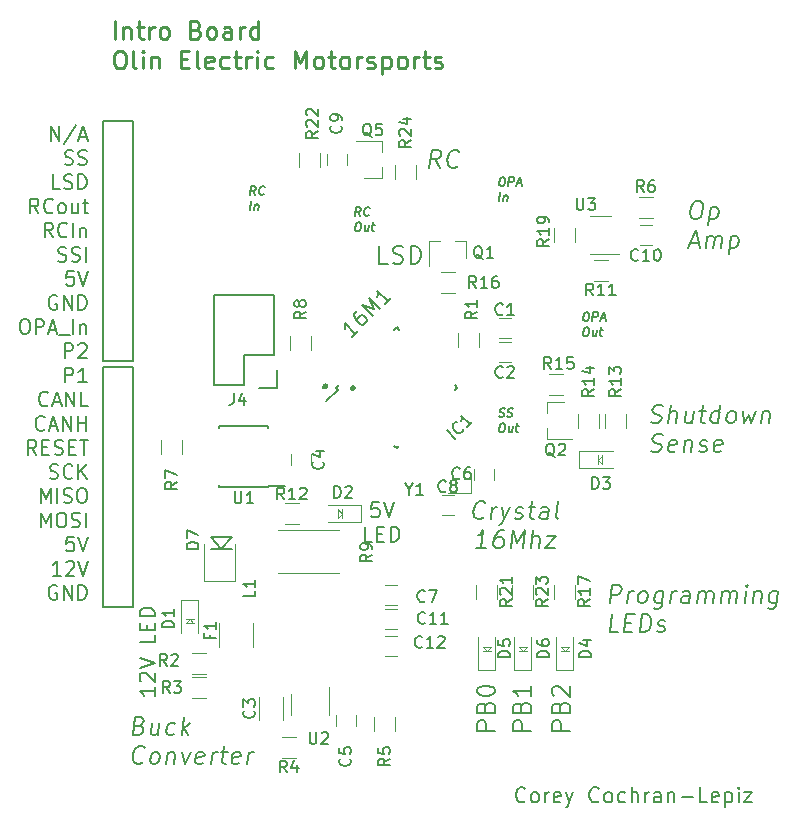
<source format=gto>
G04 #@! TF.GenerationSoftware,KiCad,Pcbnew,5.0.0-fee4fd1~66~ubuntu18.04.1*
G04 #@! TF.CreationDate,2018-09-12T12:49:42-04:00*
G04 #@! TF.ProjectId,Intro,496E74726F2E6B696361645F70636200,rev?*
G04 #@! TF.SameCoordinates,Original*
G04 #@! TF.FileFunction,Legend,Top*
G04 #@! TF.FilePolarity,Positive*
%FSLAX46Y46*%
G04 Gerber Fmt 4.6, Leading zero omitted, Abs format (unit mm)*
G04 Created by KiCad (PCBNEW 5.0.0-fee4fd1~66~ubuntu18.04.1) date Wed Sep 12 12:49:42 2018*
%MOMM*%
%LPD*%
G01*
G04 APERTURE LIST*
%ADD10C,0.203200*%
%ADD11C,0.184500*%
%ADD12C,0.177800*%
%ADD13C,0.152400*%
%ADD14C,0.254000*%
%ADD15C,0.120000*%
%ADD16C,0.100000*%
%ADD17C,0.500000*%
%ADD18C,0.150000*%
%ADD19C,0.200000*%
G04 APERTURE END LIST*
D10*
X127334365Y-110680257D02*
X127539722Y-110751685D01*
X127602222Y-110823114D01*
X127655794Y-110965971D01*
X127629008Y-111180257D01*
X127539722Y-111323114D01*
X127459365Y-111394542D01*
X127307580Y-111465971D01*
X126736151Y-111465971D01*
X126923651Y-109965971D01*
X127423651Y-109965971D01*
X127557580Y-110037400D01*
X127620080Y-110108828D01*
X127673651Y-110251685D01*
X127655794Y-110394542D01*
X127566508Y-110537400D01*
X127486151Y-110608828D01*
X127334365Y-110680257D01*
X126834365Y-110680257D01*
X129004008Y-110465971D02*
X128879008Y-111465971D01*
X128361151Y-110465971D02*
X128262937Y-111251685D01*
X128316508Y-111394542D01*
X128450437Y-111465971D01*
X128664722Y-111465971D01*
X128816508Y-111394542D01*
X128896865Y-111323114D01*
X130245080Y-111394542D02*
X130093294Y-111465971D01*
X129807580Y-111465971D01*
X129673651Y-111394542D01*
X129611151Y-111323114D01*
X129557580Y-111180257D01*
X129611151Y-110751685D01*
X129700437Y-110608828D01*
X129780794Y-110537400D01*
X129932580Y-110465971D01*
X130218294Y-110465971D01*
X130352222Y-110537400D01*
X130879008Y-111465971D02*
X131066508Y-109965971D01*
X131093294Y-110894542D02*
X131450437Y-111465971D01*
X131575437Y-110465971D02*
X130932580Y-111037400D01*
X127611151Y-113776314D02*
X127530794Y-113847742D01*
X127307580Y-113919171D01*
X127164722Y-113919171D01*
X126959365Y-113847742D01*
X126834365Y-113704885D01*
X126780794Y-113562028D01*
X126745080Y-113276314D01*
X126771865Y-113062028D01*
X126879008Y-112776314D01*
X126968294Y-112633457D01*
X127129008Y-112490600D01*
X127352222Y-112419171D01*
X127495080Y-112419171D01*
X127700437Y-112490600D01*
X127762937Y-112562028D01*
X128450437Y-113919171D02*
X128316508Y-113847742D01*
X128254008Y-113776314D01*
X128200437Y-113633457D01*
X128254008Y-113204885D01*
X128343294Y-113062028D01*
X128423651Y-112990600D01*
X128575437Y-112919171D01*
X128789722Y-112919171D01*
X128923651Y-112990600D01*
X128986151Y-113062028D01*
X129039722Y-113204885D01*
X128986151Y-113633457D01*
X128896865Y-113776314D01*
X128816508Y-113847742D01*
X128664722Y-113919171D01*
X128450437Y-113919171D01*
X129718294Y-112919171D02*
X129593294Y-113919171D01*
X129700437Y-113062028D02*
X129780794Y-112990600D01*
X129932580Y-112919171D01*
X130146865Y-112919171D01*
X130280794Y-112990600D01*
X130334365Y-113133457D01*
X130236151Y-113919171D01*
X130932580Y-112919171D02*
X131164722Y-113919171D01*
X131646865Y-112919171D01*
X132673651Y-113847742D02*
X132521865Y-113919171D01*
X132236151Y-113919171D01*
X132102222Y-113847742D01*
X132048651Y-113704885D01*
X132120080Y-113133457D01*
X132209365Y-112990600D01*
X132361151Y-112919171D01*
X132646865Y-112919171D01*
X132780794Y-112990600D01*
X132834365Y-113133457D01*
X132816508Y-113276314D01*
X132084365Y-113419171D01*
X133379008Y-113919171D02*
X133504008Y-112919171D01*
X133468294Y-113204885D02*
X133557580Y-113062028D01*
X133637937Y-112990600D01*
X133789722Y-112919171D01*
X133932580Y-112919171D01*
X134218294Y-112919171D02*
X134789722Y-112919171D01*
X134495080Y-112419171D02*
X134334365Y-113704885D01*
X134387937Y-113847742D01*
X134521865Y-113919171D01*
X134664722Y-113919171D01*
X135745080Y-113847742D02*
X135593294Y-113919171D01*
X135307580Y-113919171D01*
X135173651Y-113847742D01*
X135120080Y-113704885D01*
X135191508Y-113133457D01*
X135280794Y-112990600D01*
X135432580Y-112919171D01*
X135718294Y-112919171D01*
X135852222Y-112990600D01*
X135905794Y-113133457D01*
X135887937Y-113276314D01*
X135155794Y-113419171D01*
X136450437Y-113919171D02*
X136575437Y-112919171D01*
X136539722Y-113204885D02*
X136629008Y-113062028D01*
X136709365Y-112990600D01*
X136861151Y-112919171D01*
X137004008Y-112919171D01*
D11*
X158012853Y-64228107D02*
X158153425Y-64228107D01*
X158219317Y-64263250D01*
X158280817Y-64333535D01*
X158298389Y-64474107D01*
X158267639Y-64720107D01*
X158214925Y-64860678D01*
X158135853Y-64930964D01*
X158061175Y-64966107D01*
X157920603Y-64966107D01*
X157854710Y-64930964D01*
X157793210Y-64860678D01*
X157775639Y-64720107D01*
X157806389Y-64474107D01*
X157859103Y-64333535D01*
X157938175Y-64263250D01*
X158012853Y-64228107D01*
X158553175Y-64966107D02*
X158645425Y-64228107D01*
X158926567Y-64228107D01*
X158992460Y-64263250D01*
X159023210Y-64298392D01*
X159049567Y-64368678D01*
X159036389Y-64474107D01*
X158992460Y-64544392D01*
X158952925Y-64579535D01*
X158878246Y-64614678D01*
X158597103Y-64614678D01*
X159282389Y-64755250D02*
X159633817Y-64755250D01*
X159185746Y-64966107D02*
X159523996Y-64228107D01*
X159677746Y-64966107D01*
X157780032Y-66257607D02*
X157872282Y-65519607D01*
X158192960Y-65765607D02*
X158131460Y-66257607D01*
X158184175Y-65835892D02*
X158223710Y-65800750D01*
X158298389Y-65765607D01*
X158403817Y-65765607D01*
X158469710Y-65800750D01*
X158496067Y-65871035D01*
X158447746Y-66257607D01*
X137119746Y-65728107D02*
X136917675Y-65376678D01*
X136698032Y-65728107D02*
X136790282Y-64990107D01*
X137071425Y-64990107D01*
X137137317Y-65025250D01*
X137168067Y-65060392D01*
X137194425Y-65130678D01*
X137181246Y-65236107D01*
X137137317Y-65306392D01*
X137097782Y-65341535D01*
X137023103Y-65376678D01*
X136741960Y-65376678D01*
X137866532Y-65657821D02*
X137826996Y-65692964D01*
X137717175Y-65728107D01*
X137646889Y-65728107D01*
X137545853Y-65692964D01*
X137484353Y-65622678D01*
X137457996Y-65552392D01*
X137440425Y-65411821D01*
X137453603Y-65306392D01*
X137506317Y-65165821D01*
X137550246Y-65095535D01*
X137629317Y-65025250D01*
X137739139Y-64990107D01*
X137809425Y-64990107D01*
X137910460Y-65025250D01*
X137941210Y-65060392D01*
X136698032Y-67019607D02*
X136790282Y-66281607D01*
X137110960Y-66527607D02*
X137049460Y-67019607D01*
X137102175Y-66597892D02*
X137141710Y-66562750D01*
X137216389Y-66527607D01*
X137321817Y-66527607D01*
X137387710Y-66562750D01*
X137414067Y-66633035D01*
X137365746Y-67019607D01*
X157749282Y-84488964D02*
X157850317Y-84524107D01*
X158026032Y-84524107D01*
X158100710Y-84488964D01*
X158140246Y-84453821D01*
X158184175Y-84383535D01*
X158192960Y-84313250D01*
X158166603Y-84242964D01*
X158135853Y-84207821D01*
X158069960Y-84172678D01*
X157933782Y-84137535D01*
X157867889Y-84102392D01*
X157837139Y-84067250D01*
X157810782Y-83996964D01*
X157819567Y-83926678D01*
X157863496Y-83856392D01*
X157903032Y-83821250D01*
X157977710Y-83786107D01*
X158153425Y-83786107D01*
X158254460Y-83821250D01*
X158452139Y-84488964D02*
X158553175Y-84524107D01*
X158728889Y-84524107D01*
X158803567Y-84488964D01*
X158843103Y-84453821D01*
X158887032Y-84383535D01*
X158895817Y-84313250D01*
X158869460Y-84242964D01*
X158838710Y-84207821D01*
X158772817Y-84172678D01*
X158636639Y-84137535D01*
X158570746Y-84102392D01*
X158539996Y-84067250D01*
X158513639Y-83996964D01*
X158522425Y-83926678D01*
X158566353Y-83856392D01*
X158605889Y-83821250D01*
X158680567Y-83786107D01*
X158856282Y-83786107D01*
X158957317Y-83821250D01*
X158012853Y-85077607D02*
X158153425Y-85077607D01*
X158219317Y-85112750D01*
X158280817Y-85183035D01*
X158298389Y-85323607D01*
X158267639Y-85569607D01*
X158214925Y-85710178D01*
X158135853Y-85780464D01*
X158061175Y-85815607D01*
X157920603Y-85815607D01*
X157854710Y-85780464D01*
X157793210Y-85710178D01*
X157775639Y-85569607D01*
X157806389Y-85323607D01*
X157859103Y-85183035D01*
X157938175Y-85112750D01*
X158012853Y-85077607D01*
X158930960Y-85323607D02*
X158869460Y-85815607D01*
X158614675Y-85323607D02*
X158566353Y-85710178D01*
X158592710Y-85780464D01*
X158658603Y-85815607D01*
X158764032Y-85815607D01*
X158838710Y-85780464D01*
X158878246Y-85745321D01*
X159176960Y-85323607D02*
X159458103Y-85323607D01*
X159313139Y-85077607D02*
X159234067Y-85710178D01*
X159260425Y-85780464D01*
X159326317Y-85815607D01*
X159396603Y-85815607D01*
X146009746Y-67506107D02*
X145807675Y-67154678D01*
X145588032Y-67506107D02*
X145680282Y-66768107D01*
X145961425Y-66768107D01*
X146027317Y-66803250D01*
X146058067Y-66838392D01*
X146084425Y-66908678D01*
X146071246Y-67014107D01*
X146027317Y-67084392D01*
X145987782Y-67119535D01*
X145913103Y-67154678D01*
X145631960Y-67154678D01*
X146756532Y-67435821D02*
X146716996Y-67470964D01*
X146607175Y-67506107D01*
X146536889Y-67506107D01*
X146435853Y-67470964D01*
X146374353Y-67400678D01*
X146347996Y-67330392D01*
X146330425Y-67189821D01*
X146343603Y-67084392D01*
X146396317Y-66943821D01*
X146440246Y-66873535D01*
X146519317Y-66803250D01*
X146629139Y-66768107D01*
X146699425Y-66768107D01*
X146800460Y-66803250D01*
X146831210Y-66838392D01*
X145820853Y-68059607D02*
X145961425Y-68059607D01*
X146027317Y-68094750D01*
X146088817Y-68165035D01*
X146106389Y-68305607D01*
X146075639Y-68551607D01*
X146022925Y-68692178D01*
X145943853Y-68762464D01*
X145869175Y-68797607D01*
X145728603Y-68797607D01*
X145662710Y-68762464D01*
X145601210Y-68692178D01*
X145583639Y-68551607D01*
X145614389Y-68305607D01*
X145667103Y-68165035D01*
X145746175Y-68094750D01*
X145820853Y-68059607D01*
X146738960Y-68305607D02*
X146677460Y-68797607D01*
X146422675Y-68305607D02*
X146374353Y-68692178D01*
X146400710Y-68762464D01*
X146466603Y-68797607D01*
X146572032Y-68797607D01*
X146646710Y-68762464D01*
X146686246Y-68727321D01*
X146984960Y-68305607D02*
X147266103Y-68305607D01*
X147121139Y-68059607D02*
X147042067Y-68692178D01*
X147068425Y-68762464D01*
X147134317Y-68797607D01*
X147204603Y-68797607D01*
X165124853Y-75658107D02*
X165265425Y-75658107D01*
X165331317Y-75693250D01*
X165392817Y-75763535D01*
X165410389Y-75904107D01*
X165379639Y-76150107D01*
X165326925Y-76290678D01*
X165247853Y-76360964D01*
X165173175Y-76396107D01*
X165032603Y-76396107D01*
X164966710Y-76360964D01*
X164905210Y-76290678D01*
X164887639Y-76150107D01*
X164918389Y-75904107D01*
X164971103Y-75763535D01*
X165050175Y-75693250D01*
X165124853Y-75658107D01*
X165665175Y-76396107D02*
X165757425Y-75658107D01*
X166038567Y-75658107D01*
X166104460Y-75693250D01*
X166135210Y-75728392D01*
X166161567Y-75798678D01*
X166148389Y-75904107D01*
X166104460Y-75974392D01*
X166064925Y-76009535D01*
X165990246Y-76044678D01*
X165709103Y-76044678D01*
X166394389Y-76185250D02*
X166745817Y-76185250D01*
X166297746Y-76396107D02*
X166635996Y-75658107D01*
X166789746Y-76396107D01*
X165124853Y-76949607D02*
X165265425Y-76949607D01*
X165331317Y-76984750D01*
X165392817Y-77055035D01*
X165410389Y-77195607D01*
X165379639Y-77441607D01*
X165326925Y-77582178D01*
X165247853Y-77652464D01*
X165173175Y-77687607D01*
X165032603Y-77687607D01*
X164966710Y-77652464D01*
X164905210Y-77582178D01*
X164887639Y-77441607D01*
X164918389Y-77195607D01*
X164971103Y-77055035D01*
X165050175Y-76984750D01*
X165124853Y-76949607D01*
X166042960Y-77195607D02*
X165981460Y-77687607D01*
X165726675Y-77195607D02*
X165678353Y-77582178D01*
X165704710Y-77652464D01*
X165770603Y-77687607D01*
X165876032Y-77687607D01*
X165950710Y-77652464D01*
X165990246Y-77617321D01*
X166288960Y-77195607D02*
X166570103Y-77195607D01*
X166425139Y-76949607D02*
X166346067Y-77582178D01*
X166372425Y-77652464D01*
X166438317Y-77687607D01*
X166508603Y-77687607D01*
D12*
X119796115Y-61148383D02*
X119796115Y-59903783D01*
X120486287Y-61148383D01*
X120486287Y-59903783D01*
X121924144Y-59844516D02*
X120888887Y-61444716D01*
X122269230Y-60792783D02*
X122844372Y-60792783D01*
X122154201Y-61148383D02*
X122556801Y-59903783D01*
X122959401Y-61148383D01*
X121003915Y-63133816D02*
X121176458Y-63193083D01*
X121464030Y-63193083D01*
X121579058Y-63133816D01*
X121636572Y-63074550D01*
X121694087Y-62956016D01*
X121694087Y-62837483D01*
X121636572Y-62718950D01*
X121579058Y-62659683D01*
X121464030Y-62600416D01*
X121233972Y-62541150D01*
X121118944Y-62481883D01*
X121061430Y-62422616D01*
X121003915Y-62304083D01*
X121003915Y-62185550D01*
X121061430Y-62067016D01*
X121118944Y-62007750D01*
X121233972Y-61948483D01*
X121521544Y-61948483D01*
X121694087Y-62007750D01*
X122154201Y-63133816D02*
X122326744Y-63193083D01*
X122614315Y-63193083D01*
X122729344Y-63133816D01*
X122786858Y-63074550D01*
X122844372Y-62956016D01*
X122844372Y-62837483D01*
X122786858Y-62718950D01*
X122729344Y-62659683D01*
X122614315Y-62600416D01*
X122384258Y-62541150D01*
X122269230Y-62481883D01*
X122211715Y-62422616D01*
X122154201Y-62304083D01*
X122154201Y-62185550D01*
X122211715Y-62067016D01*
X122269230Y-62007750D01*
X122384258Y-61948483D01*
X122671830Y-61948483D01*
X122844372Y-62007750D01*
X120601315Y-65237783D02*
X120026172Y-65237783D01*
X120026172Y-63993183D01*
X120946401Y-65178516D02*
X121118944Y-65237783D01*
X121406515Y-65237783D01*
X121521544Y-65178516D01*
X121579058Y-65119250D01*
X121636572Y-65000716D01*
X121636572Y-64882183D01*
X121579058Y-64763650D01*
X121521544Y-64704383D01*
X121406515Y-64645116D01*
X121176458Y-64585850D01*
X121061430Y-64526583D01*
X121003915Y-64467316D01*
X120946401Y-64348783D01*
X120946401Y-64230250D01*
X121003915Y-64111716D01*
X121061430Y-64052450D01*
X121176458Y-63993183D01*
X121464030Y-63993183D01*
X121636572Y-64052450D01*
X122154201Y-65237783D02*
X122154201Y-63993183D01*
X122441772Y-63993183D01*
X122614315Y-64052450D01*
X122729344Y-64170983D01*
X122786858Y-64289516D01*
X122844372Y-64526583D01*
X122844372Y-64704383D01*
X122786858Y-64941450D01*
X122729344Y-65059983D01*
X122614315Y-65178516D01*
X122441772Y-65237783D01*
X122154201Y-65237783D01*
X118760858Y-67282483D02*
X118358258Y-66689816D01*
X118070687Y-67282483D02*
X118070687Y-66037883D01*
X118530801Y-66037883D01*
X118645830Y-66097150D01*
X118703344Y-66156416D01*
X118760858Y-66274950D01*
X118760858Y-66452750D01*
X118703344Y-66571283D01*
X118645830Y-66630550D01*
X118530801Y-66689816D01*
X118070687Y-66689816D01*
X119968658Y-67163950D02*
X119911144Y-67223216D01*
X119738601Y-67282483D01*
X119623572Y-67282483D01*
X119451030Y-67223216D01*
X119336001Y-67104683D01*
X119278487Y-66986150D01*
X119220972Y-66749083D01*
X119220972Y-66571283D01*
X119278487Y-66334216D01*
X119336001Y-66215683D01*
X119451030Y-66097150D01*
X119623572Y-66037883D01*
X119738601Y-66037883D01*
X119911144Y-66097150D01*
X119968658Y-66156416D01*
X120658830Y-67282483D02*
X120543801Y-67223216D01*
X120486287Y-67163950D01*
X120428772Y-67045416D01*
X120428772Y-66689816D01*
X120486287Y-66571283D01*
X120543801Y-66512016D01*
X120658830Y-66452750D01*
X120831372Y-66452750D01*
X120946401Y-66512016D01*
X121003915Y-66571283D01*
X121061430Y-66689816D01*
X121061430Y-67045416D01*
X121003915Y-67163950D01*
X120946401Y-67223216D01*
X120831372Y-67282483D01*
X120658830Y-67282483D01*
X122096687Y-66452750D02*
X122096687Y-67282483D01*
X121579058Y-66452750D02*
X121579058Y-67104683D01*
X121636572Y-67223216D01*
X121751601Y-67282483D01*
X121924144Y-67282483D01*
X122039172Y-67223216D01*
X122096687Y-67163950D01*
X122499287Y-66452750D02*
X122959401Y-66452750D01*
X122671830Y-66037883D02*
X122671830Y-67104683D01*
X122729344Y-67223216D01*
X122844372Y-67282483D01*
X122959401Y-67282483D01*
X119968658Y-69327183D02*
X119566058Y-68734516D01*
X119278487Y-69327183D02*
X119278487Y-68082583D01*
X119738601Y-68082583D01*
X119853630Y-68141850D01*
X119911144Y-68201116D01*
X119968658Y-68319650D01*
X119968658Y-68497450D01*
X119911144Y-68615983D01*
X119853630Y-68675250D01*
X119738601Y-68734516D01*
X119278487Y-68734516D01*
X121176458Y-69208650D02*
X121118944Y-69267916D01*
X120946401Y-69327183D01*
X120831372Y-69327183D01*
X120658830Y-69267916D01*
X120543801Y-69149383D01*
X120486287Y-69030850D01*
X120428772Y-68793783D01*
X120428772Y-68615983D01*
X120486287Y-68378916D01*
X120543801Y-68260383D01*
X120658830Y-68141850D01*
X120831372Y-68082583D01*
X120946401Y-68082583D01*
X121118944Y-68141850D01*
X121176458Y-68201116D01*
X121694087Y-69327183D02*
X121694087Y-68082583D01*
X122269230Y-68497450D02*
X122269230Y-69327183D01*
X122269230Y-68615983D02*
X122326744Y-68556716D01*
X122441772Y-68497450D01*
X122614315Y-68497450D01*
X122729344Y-68556716D01*
X122786858Y-68675250D01*
X122786858Y-69327183D01*
X120428772Y-71312616D02*
X120601315Y-71371883D01*
X120888887Y-71371883D01*
X121003915Y-71312616D01*
X121061430Y-71253350D01*
X121118944Y-71134816D01*
X121118944Y-71016283D01*
X121061430Y-70897750D01*
X121003915Y-70838483D01*
X120888887Y-70779216D01*
X120658830Y-70719950D01*
X120543801Y-70660683D01*
X120486287Y-70601416D01*
X120428772Y-70482883D01*
X120428772Y-70364350D01*
X120486287Y-70245816D01*
X120543801Y-70186550D01*
X120658830Y-70127283D01*
X120946401Y-70127283D01*
X121118944Y-70186550D01*
X121579058Y-71312616D02*
X121751601Y-71371883D01*
X122039172Y-71371883D01*
X122154201Y-71312616D01*
X122211715Y-71253350D01*
X122269230Y-71134816D01*
X122269230Y-71016283D01*
X122211715Y-70897750D01*
X122154201Y-70838483D01*
X122039172Y-70779216D01*
X121809115Y-70719950D01*
X121694087Y-70660683D01*
X121636572Y-70601416D01*
X121579058Y-70482883D01*
X121579058Y-70364350D01*
X121636572Y-70245816D01*
X121694087Y-70186550D01*
X121809115Y-70127283D01*
X122096687Y-70127283D01*
X122269230Y-70186550D01*
X122786858Y-71371883D02*
X122786858Y-70127283D01*
X121751601Y-72171983D02*
X121176458Y-72171983D01*
X121118944Y-72764650D01*
X121176458Y-72705383D01*
X121291487Y-72646116D01*
X121579058Y-72646116D01*
X121694087Y-72705383D01*
X121751601Y-72764650D01*
X121809115Y-72883183D01*
X121809115Y-73179516D01*
X121751601Y-73298050D01*
X121694087Y-73357316D01*
X121579058Y-73416583D01*
X121291487Y-73416583D01*
X121176458Y-73357316D01*
X121118944Y-73298050D01*
X122154201Y-72171983D02*
X122556801Y-73416583D01*
X122959401Y-72171983D01*
X120313744Y-74275950D02*
X120198715Y-74216683D01*
X120026172Y-74216683D01*
X119853630Y-74275950D01*
X119738601Y-74394483D01*
X119681087Y-74513016D01*
X119623572Y-74750083D01*
X119623572Y-74927883D01*
X119681087Y-75164950D01*
X119738601Y-75283483D01*
X119853630Y-75402016D01*
X120026172Y-75461283D01*
X120141201Y-75461283D01*
X120313744Y-75402016D01*
X120371258Y-75342750D01*
X120371258Y-74927883D01*
X120141201Y-74927883D01*
X120888887Y-75461283D02*
X120888887Y-74216683D01*
X121579058Y-75461283D01*
X121579058Y-74216683D01*
X122154201Y-75461283D02*
X122154201Y-74216683D01*
X122441772Y-74216683D01*
X122614315Y-74275950D01*
X122729344Y-74394483D01*
X122786858Y-74513016D01*
X122844372Y-74750083D01*
X122844372Y-74927883D01*
X122786858Y-75164950D01*
X122729344Y-75283483D01*
X122614315Y-75402016D01*
X122441772Y-75461283D01*
X122154201Y-75461283D01*
X117495544Y-76261383D02*
X117725601Y-76261383D01*
X117840630Y-76320650D01*
X117955658Y-76439183D01*
X118013172Y-76676250D01*
X118013172Y-77091116D01*
X117955658Y-77328183D01*
X117840630Y-77446716D01*
X117725601Y-77505983D01*
X117495544Y-77505983D01*
X117380515Y-77446716D01*
X117265487Y-77328183D01*
X117207972Y-77091116D01*
X117207972Y-76676250D01*
X117265487Y-76439183D01*
X117380515Y-76320650D01*
X117495544Y-76261383D01*
X118530801Y-77505983D02*
X118530801Y-76261383D01*
X118990915Y-76261383D01*
X119105944Y-76320650D01*
X119163458Y-76379916D01*
X119220972Y-76498450D01*
X119220972Y-76676250D01*
X119163458Y-76794783D01*
X119105944Y-76854050D01*
X118990915Y-76913316D01*
X118530801Y-76913316D01*
X119681087Y-77150383D02*
X120256230Y-77150383D01*
X119566058Y-77505983D02*
X119968658Y-76261383D01*
X120371258Y-77505983D01*
X120486287Y-77624516D02*
X121406515Y-77624516D01*
X121694087Y-77505983D02*
X121694087Y-76261383D01*
X122269230Y-76676250D02*
X122269230Y-77505983D01*
X122269230Y-76794783D02*
X122326744Y-76735516D01*
X122441772Y-76676250D01*
X122614315Y-76676250D01*
X122729344Y-76735516D01*
X122786858Y-76854050D01*
X122786858Y-77505983D01*
X121003915Y-79550683D02*
X121003915Y-78306083D01*
X121464030Y-78306083D01*
X121579058Y-78365350D01*
X121636572Y-78424616D01*
X121694087Y-78543150D01*
X121694087Y-78720950D01*
X121636572Y-78839483D01*
X121579058Y-78898750D01*
X121464030Y-78958016D01*
X121003915Y-78958016D01*
X122154201Y-78424616D02*
X122211715Y-78365350D01*
X122326744Y-78306083D01*
X122614315Y-78306083D01*
X122729344Y-78365350D01*
X122786858Y-78424616D01*
X122844372Y-78543150D01*
X122844372Y-78661683D01*
X122786858Y-78839483D01*
X122096687Y-79550683D01*
X122844372Y-79550683D01*
X121003915Y-81595383D02*
X121003915Y-80350783D01*
X121464030Y-80350783D01*
X121579058Y-80410050D01*
X121636572Y-80469316D01*
X121694087Y-80587850D01*
X121694087Y-80765650D01*
X121636572Y-80884183D01*
X121579058Y-80943450D01*
X121464030Y-81002716D01*
X121003915Y-81002716D01*
X122844372Y-81595383D02*
X122154201Y-81595383D01*
X122499287Y-81595383D02*
X122499287Y-80350783D01*
X122384258Y-80528583D01*
X122269230Y-80647116D01*
X122154201Y-80706383D01*
X119566058Y-83521550D02*
X119508544Y-83580816D01*
X119336001Y-83640083D01*
X119220972Y-83640083D01*
X119048430Y-83580816D01*
X118933401Y-83462283D01*
X118875887Y-83343750D01*
X118818372Y-83106683D01*
X118818372Y-82928883D01*
X118875887Y-82691816D01*
X118933401Y-82573283D01*
X119048430Y-82454750D01*
X119220972Y-82395483D01*
X119336001Y-82395483D01*
X119508544Y-82454750D01*
X119566058Y-82514016D01*
X120026172Y-83284483D02*
X120601315Y-83284483D01*
X119911144Y-83640083D02*
X120313744Y-82395483D01*
X120716344Y-83640083D01*
X121118944Y-83640083D02*
X121118944Y-82395483D01*
X121809115Y-83640083D01*
X121809115Y-82395483D01*
X122959401Y-83640083D02*
X122384258Y-83640083D01*
X122384258Y-82395483D01*
X119278487Y-85566250D02*
X119220972Y-85625516D01*
X119048430Y-85684783D01*
X118933401Y-85684783D01*
X118760858Y-85625516D01*
X118645830Y-85506983D01*
X118588315Y-85388450D01*
X118530801Y-85151383D01*
X118530801Y-84973583D01*
X118588315Y-84736516D01*
X118645830Y-84617983D01*
X118760858Y-84499450D01*
X118933401Y-84440183D01*
X119048430Y-84440183D01*
X119220972Y-84499450D01*
X119278487Y-84558716D01*
X119738601Y-85329183D02*
X120313744Y-85329183D01*
X119623572Y-85684783D02*
X120026172Y-84440183D01*
X120428772Y-85684783D01*
X120831372Y-85684783D02*
X120831372Y-84440183D01*
X121521544Y-85684783D01*
X121521544Y-84440183D01*
X122096687Y-85684783D02*
X122096687Y-84440183D01*
X122096687Y-85032850D02*
X122786858Y-85032850D01*
X122786858Y-85684783D02*
X122786858Y-84440183D01*
X118588315Y-87729483D02*
X118185715Y-87136816D01*
X117898144Y-87729483D02*
X117898144Y-86484883D01*
X118358258Y-86484883D01*
X118473287Y-86544150D01*
X118530801Y-86603416D01*
X118588315Y-86721950D01*
X118588315Y-86899750D01*
X118530801Y-87018283D01*
X118473287Y-87077550D01*
X118358258Y-87136816D01*
X117898144Y-87136816D01*
X119105944Y-87077550D02*
X119508544Y-87077550D01*
X119681087Y-87729483D02*
X119105944Y-87729483D01*
X119105944Y-86484883D01*
X119681087Y-86484883D01*
X120141201Y-87670216D02*
X120313744Y-87729483D01*
X120601315Y-87729483D01*
X120716344Y-87670216D01*
X120773858Y-87610950D01*
X120831372Y-87492416D01*
X120831372Y-87373883D01*
X120773858Y-87255350D01*
X120716344Y-87196083D01*
X120601315Y-87136816D01*
X120371258Y-87077550D01*
X120256230Y-87018283D01*
X120198715Y-86959016D01*
X120141201Y-86840483D01*
X120141201Y-86721950D01*
X120198715Y-86603416D01*
X120256230Y-86544150D01*
X120371258Y-86484883D01*
X120658830Y-86484883D01*
X120831372Y-86544150D01*
X121349001Y-87077550D02*
X121751601Y-87077550D01*
X121924144Y-87729483D02*
X121349001Y-87729483D01*
X121349001Y-86484883D01*
X121924144Y-86484883D01*
X122269230Y-86484883D02*
X122959401Y-86484883D01*
X122614315Y-87729483D02*
X122614315Y-86484883D01*
X119738601Y-89714916D02*
X119911144Y-89774183D01*
X120198715Y-89774183D01*
X120313744Y-89714916D01*
X120371258Y-89655650D01*
X120428772Y-89537116D01*
X120428772Y-89418583D01*
X120371258Y-89300050D01*
X120313744Y-89240783D01*
X120198715Y-89181516D01*
X119968658Y-89122250D01*
X119853630Y-89062983D01*
X119796115Y-89003716D01*
X119738601Y-88885183D01*
X119738601Y-88766650D01*
X119796115Y-88648116D01*
X119853630Y-88588850D01*
X119968658Y-88529583D01*
X120256230Y-88529583D01*
X120428772Y-88588850D01*
X121636572Y-89655650D02*
X121579058Y-89714916D01*
X121406515Y-89774183D01*
X121291487Y-89774183D01*
X121118944Y-89714916D01*
X121003915Y-89596383D01*
X120946401Y-89477850D01*
X120888887Y-89240783D01*
X120888887Y-89062983D01*
X120946401Y-88825916D01*
X121003915Y-88707383D01*
X121118944Y-88588850D01*
X121291487Y-88529583D01*
X121406515Y-88529583D01*
X121579058Y-88588850D01*
X121636572Y-88648116D01*
X122154201Y-89774183D02*
X122154201Y-88529583D01*
X122844372Y-89774183D02*
X122326744Y-89062983D01*
X122844372Y-88529583D02*
X122154201Y-89240783D01*
X118990915Y-91818883D02*
X118990915Y-90574283D01*
X119393515Y-91463283D01*
X119796115Y-90574283D01*
X119796115Y-91818883D01*
X120371258Y-91818883D02*
X120371258Y-90574283D01*
X120888887Y-91759616D02*
X121061430Y-91818883D01*
X121349001Y-91818883D01*
X121464030Y-91759616D01*
X121521544Y-91700350D01*
X121579058Y-91581816D01*
X121579058Y-91463283D01*
X121521544Y-91344750D01*
X121464030Y-91285483D01*
X121349001Y-91226216D01*
X121118944Y-91166950D01*
X121003915Y-91107683D01*
X120946401Y-91048416D01*
X120888887Y-90929883D01*
X120888887Y-90811350D01*
X120946401Y-90692816D01*
X121003915Y-90633550D01*
X121118944Y-90574283D01*
X121406515Y-90574283D01*
X121579058Y-90633550D01*
X122326744Y-90574283D02*
X122556801Y-90574283D01*
X122671830Y-90633550D01*
X122786858Y-90752083D01*
X122844372Y-90989150D01*
X122844372Y-91404016D01*
X122786858Y-91641083D01*
X122671830Y-91759616D01*
X122556801Y-91818883D01*
X122326744Y-91818883D01*
X122211715Y-91759616D01*
X122096687Y-91641083D01*
X122039172Y-91404016D01*
X122039172Y-90989150D01*
X122096687Y-90752083D01*
X122211715Y-90633550D01*
X122326744Y-90574283D01*
X118990915Y-93863583D02*
X118990915Y-92618983D01*
X119393515Y-93507983D01*
X119796115Y-92618983D01*
X119796115Y-93863583D01*
X120601315Y-92618983D02*
X120831372Y-92618983D01*
X120946401Y-92678250D01*
X121061430Y-92796783D01*
X121118944Y-93033850D01*
X121118944Y-93448716D01*
X121061430Y-93685783D01*
X120946401Y-93804316D01*
X120831372Y-93863583D01*
X120601315Y-93863583D01*
X120486287Y-93804316D01*
X120371258Y-93685783D01*
X120313744Y-93448716D01*
X120313744Y-93033850D01*
X120371258Y-92796783D01*
X120486287Y-92678250D01*
X120601315Y-92618983D01*
X121579058Y-93804316D02*
X121751601Y-93863583D01*
X122039172Y-93863583D01*
X122154201Y-93804316D01*
X122211715Y-93745050D01*
X122269230Y-93626516D01*
X122269230Y-93507983D01*
X122211715Y-93389450D01*
X122154201Y-93330183D01*
X122039172Y-93270916D01*
X121809115Y-93211650D01*
X121694087Y-93152383D01*
X121636572Y-93093116D01*
X121579058Y-92974583D01*
X121579058Y-92856050D01*
X121636572Y-92737516D01*
X121694087Y-92678250D01*
X121809115Y-92618983D01*
X122096687Y-92618983D01*
X122269230Y-92678250D01*
X122786858Y-93863583D02*
X122786858Y-92618983D01*
X121751601Y-94663683D02*
X121176458Y-94663683D01*
X121118944Y-95256350D01*
X121176458Y-95197083D01*
X121291487Y-95137816D01*
X121579058Y-95137816D01*
X121694087Y-95197083D01*
X121751601Y-95256350D01*
X121809115Y-95374883D01*
X121809115Y-95671216D01*
X121751601Y-95789750D01*
X121694087Y-95849016D01*
X121579058Y-95908283D01*
X121291487Y-95908283D01*
X121176458Y-95849016D01*
X121118944Y-95789750D01*
X122154201Y-94663683D02*
X122556801Y-95908283D01*
X122959401Y-94663683D01*
X120658830Y-97952983D02*
X119968658Y-97952983D01*
X120313744Y-97952983D02*
X120313744Y-96708383D01*
X120198715Y-96886183D01*
X120083687Y-97004716D01*
X119968658Y-97063983D01*
X121118944Y-96826916D02*
X121176458Y-96767650D01*
X121291487Y-96708383D01*
X121579058Y-96708383D01*
X121694087Y-96767650D01*
X121751601Y-96826916D01*
X121809115Y-96945450D01*
X121809115Y-97063983D01*
X121751601Y-97241783D01*
X121061430Y-97952983D01*
X121809115Y-97952983D01*
X122154201Y-96708383D02*
X122556801Y-97952983D01*
X122959401Y-96708383D01*
X120313744Y-98812350D02*
X120198715Y-98753083D01*
X120026172Y-98753083D01*
X119853630Y-98812350D01*
X119738601Y-98930883D01*
X119681087Y-99049416D01*
X119623572Y-99286483D01*
X119623572Y-99464283D01*
X119681087Y-99701350D01*
X119738601Y-99819883D01*
X119853630Y-99938416D01*
X120026172Y-99997683D01*
X120141201Y-99997683D01*
X120313744Y-99938416D01*
X120371258Y-99879150D01*
X120371258Y-99464283D01*
X120141201Y-99464283D01*
X120888887Y-99997683D02*
X120888887Y-98753083D01*
X121579058Y-99997683D01*
X121579058Y-98753083D01*
X122154201Y-99997683D02*
X122154201Y-98753083D01*
X122441772Y-98753083D01*
X122614315Y-98812350D01*
X122729344Y-98930883D01*
X122786858Y-99049416D01*
X122844372Y-99286483D01*
X122844372Y-99464283D01*
X122786858Y-99701350D01*
X122729344Y-99819883D01*
X122614315Y-99938416D01*
X122441772Y-99997683D01*
X122154201Y-99997683D01*
D10*
X167122151Y-100289971D02*
X167309651Y-98789971D01*
X167881080Y-98789971D01*
X168015008Y-98861400D01*
X168077508Y-98932828D01*
X168131080Y-99075685D01*
X168104294Y-99289971D01*
X168015008Y-99432828D01*
X167934651Y-99504257D01*
X167782865Y-99575685D01*
X167211437Y-99575685D01*
X168622151Y-100289971D02*
X168747151Y-99289971D01*
X168711437Y-99575685D02*
X168800722Y-99432828D01*
X168881080Y-99361400D01*
X169032865Y-99289971D01*
X169175722Y-99289971D01*
X169765008Y-100289971D02*
X169631080Y-100218542D01*
X169568580Y-100147114D01*
X169515008Y-100004257D01*
X169568580Y-99575685D01*
X169657865Y-99432828D01*
X169738222Y-99361400D01*
X169890008Y-99289971D01*
X170104294Y-99289971D01*
X170238222Y-99361400D01*
X170300722Y-99432828D01*
X170354294Y-99575685D01*
X170300722Y-100004257D01*
X170211437Y-100147114D01*
X170131080Y-100218542D01*
X169979294Y-100289971D01*
X169765008Y-100289971D01*
X171675722Y-99289971D02*
X171523937Y-100504257D01*
X171434651Y-100647114D01*
X171354294Y-100718542D01*
X171202508Y-100789971D01*
X170988222Y-100789971D01*
X170854294Y-100718542D01*
X171559651Y-100218542D02*
X171407865Y-100289971D01*
X171122151Y-100289971D01*
X170988222Y-100218542D01*
X170925722Y-100147114D01*
X170872151Y-100004257D01*
X170925722Y-99575685D01*
X171015008Y-99432828D01*
X171095365Y-99361400D01*
X171247151Y-99289971D01*
X171532865Y-99289971D01*
X171666794Y-99361400D01*
X172265008Y-100289971D02*
X172390008Y-99289971D01*
X172354294Y-99575685D02*
X172443580Y-99432828D01*
X172523937Y-99361400D01*
X172675722Y-99289971D01*
X172818580Y-99289971D01*
X173836437Y-100289971D02*
X173934651Y-99504257D01*
X173881080Y-99361400D01*
X173747151Y-99289971D01*
X173461437Y-99289971D01*
X173309651Y-99361400D01*
X173845365Y-100218542D02*
X173693580Y-100289971D01*
X173336437Y-100289971D01*
X173202508Y-100218542D01*
X173148937Y-100075685D01*
X173166794Y-99932828D01*
X173256080Y-99789971D01*
X173407865Y-99718542D01*
X173765008Y-99718542D01*
X173916794Y-99647114D01*
X174550722Y-100289971D02*
X174675722Y-99289971D01*
X174657865Y-99432828D02*
X174738222Y-99361400D01*
X174890008Y-99289971D01*
X175104294Y-99289971D01*
X175238222Y-99361400D01*
X175291794Y-99504257D01*
X175193580Y-100289971D01*
X175291794Y-99504257D02*
X175381080Y-99361400D01*
X175532865Y-99289971D01*
X175747151Y-99289971D01*
X175881080Y-99361400D01*
X175934651Y-99504257D01*
X175836437Y-100289971D01*
X176550722Y-100289971D02*
X176675722Y-99289971D01*
X176657865Y-99432828D02*
X176738222Y-99361400D01*
X176890008Y-99289971D01*
X177104294Y-99289971D01*
X177238222Y-99361400D01*
X177291794Y-99504257D01*
X177193580Y-100289971D01*
X177291794Y-99504257D02*
X177381080Y-99361400D01*
X177532865Y-99289971D01*
X177747151Y-99289971D01*
X177881080Y-99361400D01*
X177934651Y-99504257D01*
X177836437Y-100289971D01*
X178550722Y-100289971D02*
X178675722Y-99289971D01*
X178738222Y-98789971D02*
X178657865Y-98861400D01*
X178720365Y-98932828D01*
X178800722Y-98861400D01*
X178738222Y-98789971D01*
X178720365Y-98932828D01*
X179390008Y-99289971D02*
X179265008Y-100289971D01*
X179372151Y-99432828D02*
X179452508Y-99361400D01*
X179604294Y-99289971D01*
X179818580Y-99289971D01*
X179952508Y-99361400D01*
X180006080Y-99504257D01*
X179907865Y-100289971D01*
X181390008Y-99289971D02*
X181238222Y-100504257D01*
X181148937Y-100647114D01*
X181068580Y-100718542D01*
X180916794Y-100789971D01*
X180702508Y-100789971D01*
X180568580Y-100718542D01*
X181273937Y-100218542D02*
X181122151Y-100289971D01*
X180836437Y-100289971D01*
X180702508Y-100218542D01*
X180640008Y-100147114D01*
X180586437Y-100004257D01*
X180640008Y-99575685D01*
X180729294Y-99432828D01*
X180809651Y-99361400D01*
X180961437Y-99289971D01*
X181247151Y-99289971D01*
X181381080Y-99361400D01*
X167836437Y-102743171D02*
X167122151Y-102743171D01*
X167309651Y-101243171D01*
X168434651Y-101957457D02*
X168934651Y-101957457D01*
X169050722Y-102743171D02*
X168336437Y-102743171D01*
X168523937Y-101243171D01*
X169238222Y-101243171D01*
X169693580Y-102743171D02*
X169881080Y-101243171D01*
X170238222Y-101243171D01*
X170443580Y-101314600D01*
X170568580Y-101457457D01*
X170622151Y-101600314D01*
X170657865Y-101886028D01*
X170631080Y-102100314D01*
X170523937Y-102386028D01*
X170434651Y-102528885D01*
X170273937Y-102671742D01*
X170050722Y-102743171D01*
X169693580Y-102743171D01*
X171131080Y-102671742D02*
X171265008Y-102743171D01*
X171550722Y-102743171D01*
X171702508Y-102671742D01*
X171791794Y-102528885D01*
X171800722Y-102457457D01*
X171747151Y-102314600D01*
X171613222Y-102243171D01*
X171398937Y-102243171D01*
X171265008Y-102171742D01*
X171211437Y-102028885D01*
X171220365Y-101957457D01*
X171309651Y-101814600D01*
X171461437Y-101743171D01*
X171675722Y-101743171D01*
X171809651Y-101814600D01*
D13*
X159971619Y-117039571D02*
X159911142Y-117100047D01*
X159729714Y-117160523D01*
X159608761Y-117160523D01*
X159427333Y-117100047D01*
X159306380Y-116979095D01*
X159245904Y-116858142D01*
X159185428Y-116616238D01*
X159185428Y-116434809D01*
X159245904Y-116192904D01*
X159306380Y-116071952D01*
X159427333Y-115951000D01*
X159608761Y-115890523D01*
X159729714Y-115890523D01*
X159911142Y-115951000D01*
X159971619Y-116011476D01*
X160697333Y-117160523D02*
X160576380Y-117100047D01*
X160515904Y-117039571D01*
X160455428Y-116918619D01*
X160455428Y-116555761D01*
X160515904Y-116434809D01*
X160576380Y-116374333D01*
X160697333Y-116313857D01*
X160878761Y-116313857D01*
X160999714Y-116374333D01*
X161060190Y-116434809D01*
X161120666Y-116555761D01*
X161120666Y-116918619D01*
X161060190Y-117039571D01*
X160999714Y-117100047D01*
X160878761Y-117160523D01*
X160697333Y-117160523D01*
X161664952Y-117160523D02*
X161664952Y-116313857D01*
X161664952Y-116555761D02*
X161725428Y-116434809D01*
X161785904Y-116374333D01*
X161906857Y-116313857D01*
X162027809Y-116313857D01*
X162934952Y-117100047D02*
X162814000Y-117160523D01*
X162572095Y-117160523D01*
X162451142Y-117100047D01*
X162390666Y-116979095D01*
X162390666Y-116495285D01*
X162451142Y-116374333D01*
X162572095Y-116313857D01*
X162814000Y-116313857D01*
X162934952Y-116374333D01*
X162995428Y-116495285D01*
X162995428Y-116616238D01*
X162390666Y-116737190D01*
X163418761Y-116313857D02*
X163721142Y-117160523D01*
X164023523Y-116313857D02*
X163721142Y-117160523D01*
X163600190Y-117462904D01*
X163539714Y-117523380D01*
X163418761Y-117583857D01*
X166200666Y-117039571D02*
X166140190Y-117100047D01*
X165958761Y-117160523D01*
X165837809Y-117160523D01*
X165656380Y-117100047D01*
X165535428Y-116979095D01*
X165474952Y-116858142D01*
X165414476Y-116616238D01*
X165414476Y-116434809D01*
X165474952Y-116192904D01*
X165535428Y-116071952D01*
X165656380Y-115951000D01*
X165837809Y-115890523D01*
X165958761Y-115890523D01*
X166140190Y-115951000D01*
X166200666Y-116011476D01*
X166926380Y-117160523D02*
X166805428Y-117100047D01*
X166744952Y-117039571D01*
X166684476Y-116918619D01*
X166684476Y-116555761D01*
X166744952Y-116434809D01*
X166805428Y-116374333D01*
X166926380Y-116313857D01*
X167107809Y-116313857D01*
X167228761Y-116374333D01*
X167289238Y-116434809D01*
X167349714Y-116555761D01*
X167349714Y-116918619D01*
X167289238Y-117039571D01*
X167228761Y-117100047D01*
X167107809Y-117160523D01*
X166926380Y-117160523D01*
X168438285Y-117100047D02*
X168317333Y-117160523D01*
X168075428Y-117160523D01*
X167954476Y-117100047D01*
X167894000Y-117039571D01*
X167833523Y-116918619D01*
X167833523Y-116555761D01*
X167894000Y-116434809D01*
X167954476Y-116374333D01*
X168075428Y-116313857D01*
X168317333Y-116313857D01*
X168438285Y-116374333D01*
X168982571Y-117160523D02*
X168982571Y-115890523D01*
X169526857Y-117160523D02*
X169526857Y-116495285D01*
X169466380Y-116374333D01*
X169345428Y-116313857D01*
X169164000Y-116313857D01*
X169043047Y-116374333D01*
X168982571Y-116434809D01*
X170131619Y-117160523D02*
X170131619Y-116313857D01*
X170131619Y-116555761D02*
X170192095Y-116434809D01*
X170252571Y-116374333D01*
X170373523Y-116313857D01*
X170494476Y-116313857D01*
X171462095Y-117160523D02*
X171462095Y-116495285D01*
X171401619Y-116374333D01*
X171280666Y-116313857D01*
X171038761Y-116313857D01*
X170917809Y-116374333D01*
X171462095Y-117100047D02*
X171341142Y-117160523D01*
X171038761Y-117160523D01*
X170917809Y-117100047D01*
X170857333Y-116979095D01*
X170857333Y-116858142D01*
X170917809Y-116737190D01*
X171038761Y-116676714D01*
X171341142Y-116676714D01*
X171462095Y-116616238D01*
X172066857Y-116313857D02*
X172066857Y-117160523D01*
X172066857Y-116434809D02*
X172127333Y-116374333D01*
X172248285Y-116313857D01*
X172429714Y-116313857D01*
X172550666Y-116374333D01*
X172611142Y-116495285D01*
X172611142Y-117160523D01*
X173215904Y-116676714D02*
X174183523Y-116676714D01*
X175393047Y-117160523D02*
X174788285Y-117160523D01*
X174788285Y-115890523D01*
X176300190Y-117100047D02*
X176179238Y-117160523D01*
X175937333Y-117160523D01*
X175816380Y-117100047D01*
X175755904Y-116979095D01*
X175755904Y-116495285D01*
X175816380Y-116374333D01*
X175937333Y-116313857D01*
X176179238Y-116313857D01*
X176300190Y-116374333D01*
X176360666Y-116495285D01*
X176360666Y-116616238D01*
X175755904Y-116737190D01*
X176904952Y-116313857D02*
X176904952Y-117583857D01*
X176904952Y-116374333D02*
X177025904Y-116313857D01*
X177267809Y-116313857D01*
X177388761Y-116374333D01*
X177449238Y-116434809D01*
X177509714Y-116555761D01*
X177509714Y-116918619D01*
X177449238Y-117039571D01*
X177388761Y-117100047D01*
X177267809Y-117160523D01*
X177025904Y-117160523D01*
X176904952Y-117100047D01*
X178054000Y-117160523D02*
X178054000Y-116313857D01*
X178054000Y-115890523D02*
X177993523Y-115951000D01*
X178054000Y-116011476D01*
X178114476Y-115951000D01*
X178054000Y-115890523D01*
X178054000Y-116011476D01*
X178537809Y-116313857D02*
X179203047Y-116313857D01*
X178537809Y-117160523D01*
X179203047Y-117160523D01*
X145852408Y-77210090D02*
X145339250Y-77723248D01*
X145595829Y-77466669D02*
X144697804Y-76568644D01*
X144740567Y-76782459D01*
X144740567Y-76953512D01*
X144697804Y-77081801D01*
X145724119Y-75542329D02*
X145553066Y-75713381D01*
X145510303Y-75841670D01*
X145510303Y-75927197D01*
X145553066Y-76141012D01*
X145681355Y-76354828D01*
X146023460Y-76696933D01*
X146151750Y-76739696D01*
X146237276Y-76739696D01*
X146365565Y-76696933D01*
X146536618Y-76525880D01*
X146579381Y-76397591D01*
X146579381Y-76312065D01*
X146536618Y-76183775D01*
X146322802Y-75969960D01*
X146194513Y-75927197D01*
X146108987Y-75927197D01*
X145980697Y-75969960D01*
X145809645Y-76141012D01*
X145766882Y-76269302D01*
X145766882Y-76354828D01*
X145809645Y-76483117D01*
X147092539Y-75969960D02*
X146194513Y-75071934D01*
X147135302Y-75414039D01*
X146793197Y-74473250D01*
X147691222Y-75371276D01*
X148589248Y-74473250D02*
X148076090Y-74986408D01*
X148332669Y-74729829D02*
X147434644Y-73831804D01*
X147477407Y-74045619D01*
X147477407Y-74216672D01*
X147434644Y-74344961D01*
X147586095Y-91747823D02*
X146981333Y-91747823D01*
X146920857Y-92352585D01*
X146981333Y-92292109D01*
X147102285Y-92231633D01*
X147404666Y-92231633D01*
X147525619Y-92292109D01*
X147586095Y-92352585D01*
X147646571Y-92473538D01*
X147646571Y-92775919D01*
X147586095Y-92896871D01*
X147525619Y-92957347D01*
X147404666Y-93017823D01*
X147102285Y-93017823D01*
X146981333Y-92957347D01*
X146920857Y-92896871D01*
X148009428Y-91747823D02*
X148432761Y-93017823D01*
X148856095Y-91747823D01*
X147011571Y-95075223D02*
X146406809Y-95075223D01*
X146406809Y-93805223D01*
X147434904Y-94409985D02*
X147858238Y-94409985D01*
X148039666Y-95075223D02*
X147434904Y-95075223D01*
X147434904Y-93805223D01*
X148039666Y-93805223D01*
X148583952Y-95075223D02*
X148583952Y-93805223D01*
X148886333Y-93805223D01*
X149067761Y-93865700D01*
X149188714Y-93986652D01*
X149249190Y-94107604D01*
X149309666Y-94349509D01*
X149309666Y-94530938D01*
X149249190Y-94772842D01*
X149188714Y-94893795D01*
X149067761Y-95014747D01*
X148886333Y-95075223D01*
X148583952Y-95075223D01*
X128590523Y-107387571D02*
X128590523Y-108113285D01*
X128590523Y-107750428D02*
X127320523Y-107750428D01*
X127501952Y-107871380D01*
X127622904Y-107992333D01*
X127683380Y-108113285D01*
X127441476Y-106903761D02*
X127381000Y-106843285D01*
X127320523Y-106722333D01*
X127320523Y-106419952D01*
X127381000Y-106299000D01*
X127441476Y-106238523D01*
X127562428Y-106178047D01*
X127683380Y-106178047D01*
X127864809Y-106238523D01*
X128590523Y-106964238D01*
X128590523Y-106178047D01*
X127320523Y-105815190D02*
X128590523Y-105391857D01*
X127320523Y-104968523D01*
X128590523Y-102972809D02*
X128590523Y-103577571D01*
X127320523Y-103577571D01*
X127925285Y-102549476D02*
X127925285Y-102126142D01*
X128590523Y-101944714D02*
X128590523Y-102549476D01*
X127320523Y-102549476D01*
X127320523Y-101944714D01*
X128590523Y-101400428D02*
X127320523Y-101400428D01*
X127320523Y-101098047D01*
X127381000Y-100916619D01*
X127501952Y-100795666D01*
X127622904Y-100735190D01*
X127864809Y-100674714D01*
X128046238Y-100674714D01*
X128288142Y-100735190D01*
X128409095Y-100795666D01*
X128530047Y-100916619D01*
X128590523Y-101098047D01*
X128590523Y-101400428D01*
D14*
X125236242Y-52512571D02*
X125236242Y-51012571D01*
X125950528Y-51512571D02*
X125950528Y-52512571D01*
X125950528Y-51655428D02*
X126021957Y-51584000D01*
X126164814Y-51512571D01*
X126379100Y-51512571D01*
X126521957Y-51584000D01*
X126593385Y-51726857D01*
X126593385Y-52512571D01*
X127093385Y-51512571D02*
X127664814Y-51512571D01*
X127307671Y-51012571D02*
X127307671Y-52298285D01*
X127379100Y-52441142D01*
X127521957Y-52512571D01*
X127664814Y-52512571D01*
X128164814Y-52512571D02*
X128164814Y-51512571D01*
X128164814Y-51798285D02*
X128236242Y-51655428D01*
X128307671Y-51584000D01*
X128450528Y-51512571D01*
X128593385Y-51512571D01*
X129307671Y-52512571D02*
X129164814Y-52441142D01*
X129093385Y-52369714D01*
X129021957Y-52226857D01*
X129021957Y-51798285D01*
X129093385Y-51655428D01*
X129164814Y-51584000D01*
X129307671Y-51512571D01*
X129521957Y-51512571D01*
X129664814Y-51584000D01*
X129736242Y-51655428D01*
X129807671Y-51798285D01*
X129807671Y-52226857D01*
X129736242Y-52369714D01*
X129664814Y-52441142D01*
X129521957Y-52512571D01*
X129307671Y-52512571D01*
X132093385Y-51726857D02*
X132307671Y-51798285D01*
X132379100Y-51869714D01*
X132450528Y-52012571D01*
X132450528Y-52226857D01*
X132379100Y-52369714D01*
X132307671Y-52441142D01*
X132164814Y-52512571D01*
X131593385Y-52512571D01*
X131593385Y-51012571D01*
X132093385Y-51012571D01*
X132236242Y-51084000D01*
X132307671Y-51155428D01*
X132379100Y-51298285D01*
X132379100Y-51441142D01*
X132307671Y-51584000D01*
X132236242Y-51655428D01*
X132093385Y-51726857D01*
X131593385Y-51726857D01*
X133307671Y-52512571D02*
X133164814Y-52441142D01*
X133093385Y-52369714D01*
X133021957Y-52226857D01*
X133021957Y-51798285D01*
X133093385Y-51655428D01*
X133164814Y-51584000D01*
X133307671Y-51512571D01*
X133521957Y-51512571D01*
X133664814Y-51584000D01*
X133736242Y-51655428D01*
X133807671Y-51798285D01*
X133807671Y-52226857D01*
X133736242Y-52369714D01*
X133664814Y-52441142D01*
X133521957Y-52512571D01*
X133307671Y-52512571D01*
X135093385Y-52512571D02*
X135093385Y-51726857D01*
X135021957Y-51584000D01*
X134879100Y-51512571D01*
X134593385Y-51512571D01*
X134450528Y-51584000D01*
X135093385Y-52441142D02*
X134950528Y-52512571D01*
X134593385Y-52512571D01*
X134450528Y-52441142D01*
X134379100Y-52298285D01*
X134379100Y-52155428D01*
X134450528Y-52012571D01*
X134593385Y-51941142D01*
X134950528Y-51941142D01*
X135093385Y-51869714D01*
X135807671Y-52512571D02*
X135807671Y-51512571D01*
X135807671Y-51798285D02*
X135879100Y-51655428D01*
X135950528Y-51584000D01*
X136093385Y-51512571D01*
X136236242Y-51512571D01*
X137379100Y-52512571D02*
X137379100Y-51012571D01*
X137379100Y-52441142D02*
X137236242Y-52512571D01*
X136950528Y-52512571D01*
X136807671Y-52441142D01*
X136736242Y-52369714D01*
X136664814Y-52226857D01*
X136664814Y-51798285D01*
X136736242Y-51655428D01*
X136807671Y-51584000D01*
X136950528Y-51512571D01*
X137236242Y-51512571D01*
X137379100Y-51584000D01*
X125521957Y-53516571D02*
X125807671Y-53516571D01*
X125950528Y-53588000D01*
X126093385Y-53730857D01*
X126164814Y-54016571D01*
X126164814Y-54516571D01*
X126093385Y-54802285D01*
X125950528Y-54945142D01*
X125807671Y-55016571D01*
X125521957Y-55016571D01*
X125379100Y-54945142D01*
X125236242Y-54802285D01*
X125164814Y-54516571D01*
X125164814Y-54016571D01*
X125236242Y-53730857D01*
X125379100Y-53588000D01*
X125521957Y-53516571D01*
X127021957Y-55016571D02*
X126879100Y-54945142D01*
X126807671Y-54802285D01*
X126807671Y-53516571D01*
X127593385Y-55016571D02*
X127593385Y-54016571D01*
X127593385Y-53516571D02*
X127521957Y-53588000D01*
X127593385Y-53659428D01*
X127664814Y-53588000D01*
X127593385Y-53516571D01*
X127593385Y-53659428D01*
X128307671Y-54016571D02*
X128307671Y-55016571D01*
X128307671Y-54159428D02*
X128379100Y-54088000D01*
X128521957Y-54016571D01*
X128736242Y-54016571D01*
X128879100Y-54088000D01*
X128950528Y-54230857D01*
X128950528Y-55016571D01*
X130807671Y-54230857D02*
X131307671Y-54230857D01*
X131521957Y-55016571D02*
X130807671Y-55016571D01*
X130807671Y-53516571D01*
X131521957Y-53516571D01*
X132379100Y-55016571D02*
X132236242Y-54945142D01*
X132164814Y-54802285D01*
X132164814Y-53516571D01*
X133521957Y-54945142D02*
X133379100Y-55016571D01*
X133093385Y-55016571D01*
X132950528Y-54945142D01*
X132879100Y-54802285D01*
X132879100Y-54230857D01*
X132950528Y-54088000D01*
X133093385Y-54016571D01*
X133379100Y-54016571D01*
X133521957Y-54088000D01*
X133593385Y-54230857D01*
X133593385Y-54373714D01*
X132879100Y-54516571D01*
X134879100Y-54945142D02*
X134736242Y-55016571D01*
X134450528Y-55016571D01*
X134307671Y-54945142D01*
X134236242Y-54873714D01*
X134164814Y-54730857D01*
X134164814Y-54302285D01*
X134236242Y-54159428D01*
X134307671Y-54088000D01*
X134450528Y-54016571D01*
X134736242Y-54016571D01*
X134879100Y-54088000D01*
X135307671Y-54016571D02*
X135879100Y-54016571D01*
X135521957Y-53516571D02*
X135521957Y-54802285D01*
X135593385Y-54945142D01*
X135736242Y-55016571D01*
X135879100Y-55016571D01*
X136379100Y-55016571D02*
X136379100Y-54016571D01*
X136379100Y-54302285D02*
X136450528Y-54159428D01*
X136521957Y-54088000D01*
X136664814Y-54016571D01*
X136807671Y-54016571D01*
X137307671Y-55016571D02*
X137307671Y-54016571D01*
X137307671Y-53516571D02*
X137236242Y-53588000D01*
X137307671Y-53659428D01*
X137379100Y-53588000D01*
X137307671Y-53516571D01*
X137307671Y-53659428D01*
X138664814Y-54945142D02*
X138521957Y-55016571D01*
X138236242Y-55016571D01*
X138093385Y-54945142D01*
X138021957Y-54873714D01*
X137950528Y-54730857D01*
X137950528Y-54302285D01*
X138021957Y-54159428D01*
X138093385Y-54088000D01*
X138236242Y-54016571D01*
X138521957Y-54016571D01*
X138664814Y-54088000D01*
X140450528Y-55016571D02*
X140450528Y-53516571D01*
X140950528Y-54588000D01*
X141450528Y-53516571D01*
X141450528Y-55016571D01*
X142379100Y-55016571D02*
X142236242Y-54945142D01*
X142164814Y-54873714D01*
X142093385Y-54730857D01*
X142093385Y-54302285D01*
X142164814Y-54159428D01*
X142236242Y-54088000D01*
X142379100Y-54016571D01*
X142593385Y-54016571D01*
X142736242Y-54088000D01*
X142807671Y-54159428D01*
X142879100Y-54302285D01*
X142879100Y-54730857D01*
X142807671Y-54873714D01*
X142736242Y-54945142D01*
X142593385Y-55016571D01*
X142379100Y-55016571D01*
X143307671Y-54016571D02*
X143879100Y-54016571D01*
X143521957Y-53516571D02*
X143521957Y-54802285D01*
X143593385Y-54945142D01*
X143736242Y-55016571D01*
X143879100Y-55016571D01*
X144593385Y-55016571D02*
X144450528Y-54945142D01*
X144379100Y-54873714D01*
X144307671Y-54730857D01*
X144307671Y-54302285D01*
X144379100Y-54159428D01*
X144450528Y-54088000D01*
X144593385Y-54016571D01*
X144807671Y-54016571D01*
X144950528Y-54088000D01*
X145021957Y-54159428D01*
X145093385Y-54302285D01*
X145093385Y-54730857D01*
X145021957Y-54873714D01*
X144950528Y-54945142D01*
X144807671Y-55016571D01*
X144593385Y-55016571D01*
X145736242Y-55016571D02*
X145736242Y-54016571D01*
X145736242Y-54302285D02*
X145807671Y-54159428D01*
X145879100Y-54088000D01*
X146021957Y-54016571D01*
X146164814Y-54016571D01*
X146593385Y-54945142D02*
X146736242Y-55016571D01*
X147021957Y-55016571D01*
X147164814Y-54945142D01*
X147236242Y-54802285D01*
X147236242Y-54730857D01*
X147164814Y-54588000D01*
X147021957Y-54516571D01*
X146807671Y-54516571D01*
X146664814Y-54445142D01*
X146593385Y-54302285D01*
X146593385Y-54230857D01*
X146664814Y-54088000D01*
X146807671Y-54016571D01*
X147021957Y-54016571D01*
X147164814Y-54088000D01*
X147879100Y-54016571D02*
X147879100Y-55516571D01*
X147879100Y-54088000D02*
X148021957Y-54016571D01*
X148307671Y-54016571D01*
X148450528Y-54088000D01*
X148521957Y-54159428D01*
X148593385Y-54302285D01*
X148593385Y-54730857D01*
X148521957Y-54873714D01*
X148450528Y-54945142D01*
X148307671Y-55016571D01*
X148021957Y-55016571D01*
X147879100Y-54945142D01*
X149450528Y-55016571D02*
X149307671Y-54945142D01*
X149236242Y-54873714D01*
X149164814Y-54730857D01*
X149164814Y-54302285D01*
X149236242Y-54159428D01*
X149307671Y-54088000D01*
X149450528Y-54016571D01*
X149664814Y-54016571D01*
X149807671Y-54088000D01*
X149879100Y-54159428D01*
X149950528Y-54302285D01*
X149950528Y-54730857D01*
X149879100Y-54873714D01*
X149807671Y-54945142D01*
X149664814Y-55016571D01*
X149450528Y-55016571D01*
X150593385Y-55016571D02*
X150593385Y-54016571D01*
X150593385Y-54302285D02*
X150664814Y-54159428D01*
X150736242Y-54088000D01*
X150879100Y-54016571D01*
X151021957Y-54016571D01*
X151307671Y-54016571D02*
X151879100Y-54016571D01*
X151521957Y-53516571D02*
X151521957Y-54802285D01*
X151593385Y-54945142D01*
X151736242Y-55016571D01*
X151879100Y-55016571D01*
X152307671Y-54945142D02*
X152450528Y-55016571D01*
X152736242Y-55016571D01*
X152879100Y-54945142D01*
X152950528Y-54802285D01*
X152950528Y-54730857D01*
X152879100Y-54588000D01*
X152736242Y-54516571D01*
X152521957Y-54516571D01*
X152379100Y-54445142D01*
X152307671Y-54302285D01*
X152307671Y-54230857D01*
X152379100Y-54088000D01*
X152521957Y-54016571D01*
X152736242Y-54016571D01*
X152879100Y-54088000D01*
D10*
X148352000Y-71544571D02*
X147637714Y-71544571D01*
X147637714Y-70044571D01*
X148780571Y-71473142D02*
X148994857Y-71544571D01*
X149352000Y-71544571D01*
X149494857Y-71473142D01*
X149566285Y-71401714D01*
X149637714Y-71258857D01*
X149637714Y-71116000D01*
X149566285Y-70973142D01*
X149494857Y-70901714D01*
X149352000Y-70830285D01*
X149066285Y-70758857D01*
X148923428Y-70687428D01*
X148852000Y-70616000D01*
X148780571Y-70473142D01*
X148780571Y-70330285D01*
X148852000Y-70187428D01*
X148923428Y-70116000D01*
X149066285Y-70044571D01*
X149423428Y-70044571D01*
X149637714Y-70116000D01*
X150280571Y-71544571D02*
X150280571Y-70044571D01*
X150637714Y-70044571D01*
X150852000Y-70116000D01*
X150994857Y-70258857D01*
X151066285Y-70401714D01*
X151137714Y-70687428D01*
X151137714Y-70901714D01*
X151066285Y-71187428D01*
X150994857Y-71330285D01*
X150852000Y-71473142D01*
X150637714Y-71544571D01*
X150280571Y-71544571D01*
X152728079Y-63416571D02*
X152317365Y-62702285D01*
X151870936Y-63416571D02*
X152058436Y-61916571D01*
X152629865Y-61916571D01*
X152763793Y-61988000D01*
X152826293Y-62059428D01*
X152879865Y-62202285D01*
X152853079Y-62416571D01*
X152763793Y-62559428D01*
X152683436Y-62630857D01*
X152531650Y-62702285D01*
X151960222Y-62702285D01*
X154245936Y-63273714D02*
X154165579Y-63345142D01*
X153942365Y-63416571D01*
X153799507Y-63416571D01*
X153594150Y-63345142D01*
X153469150Y-63202285D01*
X153415579Y-63059428D01*
X153379865Y-62773714D01*
X153406650Y-62559428D01*
X153513793Y-62273714D01*
X153603079Y-62130857D01*
X153763793Y-61988000D01*
X153987007Y-61916571D01*
X154129865Y-61916571D01*
X154335222Y-61988000D01*
X154397722Y-62059428D01*
X174453365Y-66277971D02*
X174739080Y-66277971D01*
X174873008Y-66349400D01*
X174998008Y-66492257D01*
X175033722Y-66777971D01*
X174971222Y-67277971D01*
X174864080Y-67563685D01*
X174703365Y-67706542D01*
X174551580Y-67777971D01*
X174265865Y-67777971D01*
X174131937Y-67706542D01*
X174006937Y-67563685D01*
X173971222Y-67277971D01*
X174033722Y-66777971D01*
X174140865Y-66492257D01*
X174301580Y-66349400D01*
X174453365Y-66277971D01*
X175676580Y-66777971D02*
X175489080Y-68277971D01*
X175667651Y-66849400D02*
X175819437Y-66777971D01*
X176105151Y-66777971D01*
X176239080Y-66849400D01*
X176301580Y-66920828D01*
X176355151Y-67063685D01*
X176301580Y-67492257D01*
X176212294Y-67635114D01*
X176131937Y-67706542D01*
X175980151Y-67777971D01*
X175694437Y-67777971D01*
X175560508Y-67706542D01*
X173962294Y-69802600D02*
X174676580Y-69802600D01*
X173765865Y-70231171D02*
X174453365Y-68731171D01*
X174765865Y-70231171D01*
X175265865Y-70231171D02*
X175390865Y-69231171D01*
X175373008Y-69374028D02*
X175453365Y-69302600D01*
X175605151Y-69231171D01*
X175819437Y-69231171D01*
X175953365Y-69302600D01*
X176006937Y-69445457D01*
X175908722Y-70231171D01*
X176006937Y-69445457D02*
X176096222Y-69302600D01*
X176248008Y-69231171D01*
X176462294Y-69231171D01*
X176596222Y-69302600D01*
X176649794Y-69445457D01*
X176551580Y-70231171D01*
X177390865Y-69231171D02*
X177203365Y-70731171D01*
X177381937Y-69302600D02*
X177533722Y-69231171D01*
X177819437Y-69231171D01*
X177953365Y-69302600D01*
X178015865Y-69374028D01*
X178069437Y-69516885D01*
X178015865Y-69945457D01*
X177926580Y-70088314D01*
X177846222Y-70159742D01*
X177694437Y-70231171D01*
X177408722Y-70231171D01*
X177274794Y-70159742D01*
X170615651Y-84978542D02*
X170821008Y-85049971D01*
X171178151Y-85049971D01*
X171329937Y-84978542D01*
X171410294Y-84907114D01*
X171499580Y-84764257D01*
X171517437Y-84621400D01*
X171463865Y-84478542D01*
X171401365Y-84407114D01*
X171267437Y-84335685D01*
X170990651Y-84264257D01*
X170856722Y-84192828D01*
X170794222Y-84121400D01*
X170740651Y-83978542D01*
X170758508Y-83835685D01*
X170847794Y-83692828D01*
X170928151Y-83621400D01*
X171079937Y-83549971D01*
X171437080Y-83549971D01*
X171642437Y-83621400D01*
X172106722Y-85049971D02*
X172294222Y-83549971D01*
X172749580Y-85049971D02*
X172847794Y-84264257D01*
X172794222Y-84121400D01*
X172660294Y-84049971D01*
X172446008Y-84049971D01*
X172294222Y-84121400D01*
X172213865Y-84192828D01*
X174231722Y-84049971D02*
X174106722Y-85049971D01*
X173588865Y-84049971D02*
X173490651Y-84835685D01*
X173544222Y-84978542D01*
X173678151Y-85049971D01*
X173892437Y-85049971D01*
X174044222Y-84978542D01*
X174124580Y-84907114D01*
X174731722Y-84049971D02*
X175303151Y-84049971D01*
X175008508Y-83549971D02*
X174847794Y-84835685D01*
X174901365Y-84978542D01*
X175035294Y-85049971D01*
X175178151Y-85049971D01*
X176321008Y-85049971D02*
X176508508Y-83549971D01*
X176329937Y-84978542D02*
X176178151Y-85049971D01*
X175892437Y-85049971D01*
X175758508Y-84978542D01*
X175696008Y-84907114D01*
X175642437Y-84764257D01*
X175696008Y-84335685D01*
X175785294Y-84192828D01*
X175865651Y-84121400D01*
X176017437Y-84049971D01*
X176303151Y-84049971D01*
X176437080Y-84121400D01*
X177249580Y-85049971D02*
X177115651Y-84978542D01*
X177053151Y-84907114D01*
X176999580Y-84764257D01*
X177053151Y-84335685D01*
X177142437Y-84192828D01*
X177222794Y-84121400D01*
X177374580Y-84049971D01*
X177588865Y-84049971D01*
X177722794Y-84121400D01*
X177785294Y-84192828D01*
X177838865Y-84335685D01*
X177785294Y-84764257D01*
X177696008Y-84907114D01*
X177615651Y-84978542D01*
X177463865Y-85049971D01*
X177249580Y-85049971D01*
X178374580Y-84049971D02*
X178535294Y-85049971D01*
X178910294Y-84335685D01*
X179106722Y-85049971D01*
X179517437Y-84049971D01*
X180088865Y-84049971D02*
X179963865Y-85049971D01*
X180071008Y-84192828D02*
X180151365Y-84121400D01*
X180303151Y-84049971D01*
X180517437Y-84049971D01*
X180651365Y-84121400D01*
X180704937Y-84264257D01*
X180606722Y-85049971D01*
X170615651Y-87431742D02*
X170821008Y-87503171D01*
X171178151Y-87503171D01*
X171329937Y-87431742D01*
X171410294Y-87360314D01*
X171499580Y-87217457D01*
X171517437Y-87074600D01*
X171463865Y-86931742D01*
X171401365Y-86860314D01*
X171267437Y-86788885D01*
X170990651Y-86717457D01*
X170856722Y-86646028D01*
X170794222Y-86574600D01*
X170740651Y-86431742D01*
X170758508Y-86288885D01*
X170847794Y-86146028D01*
X170928151Y-86074600D01*
X171079937Y-86003171D01*
X171437080Y-86003171D01*
X171642437Y-86074600D01*
X172687080Y-87431742D02*
X172535294Y-87503171D01*
X172249580Y-87503171D01*
X172115651Y-87431742D01*
X172062080Y-87288885D01*
X172133508Y-86717457D01*
X172222794Y-86574600D01*
X172374580Y-86503171D01*
X172660294Y-86503171D01*
X172794222Y-86574600D01*
X172847794Y-86717457D01*
X172829937Y-86860314D01*
X172097794Y-87003171D01*
X173517437Y-86503171D02*
X173392437Y-87503171D01*
X173499580Y-86646028D02*
X173579937Y-86574600D01*
X173731722Y-86503171D01*
X173946008Y-86503171D01*
X174079937Y-86574600D01*
X174133508Y-86717457D01*
X174035294Y-87503171D01*
X174687080Y-87431742D02*
X174821008Y-87503171D01*
X175106722Y-87503171D01*
X175258508Y-87431742D01*
X175347794Y-87288885D01*
X175356722Y-87217457D01*
X175303151Y-87074600D01*
X175169222Y-87003171D01*
X174954937Y-87003171D01*
X174821008Y-86931742D01*
X174767437Y-86788885D01*
X174776365Y-86717457D01*
X174865651Y-86574600D01*
X175017437Y-86503171D01*
X175231722Y-86503171D01*
X175365651Y-86574600D01*
X176544222Y-87431742D02*
X176392437Y-87503171D01*
X176106722Y-87503171D01*
X175972794Y-87431742D01*
X175919222Y-87288885D01*
X175990651Y-86717457D01*
X176079937Y-86574600D01*
X176231722Y-86503171D01*
X176517437Y-86503171D01*
X176651365Y-86574600D01*
X176704937Y-86717457D01*
X176687080Y-86860314D01*
X175954937Y-87003171D01*
X156449079Y-93035114D02*
X156368722Y-93106542D01*
X156145507Y-93177971D01*
X156002650Y-93177971D01*
X155797293Y-93106542D01*
X155672293Y-92963685D01*
X155618722Y-92820828D01*
X155583007Y-92535114D01*
X155609793Y-92320828D01*
X155716936Y-92035114D01*
X155806222Y-91892257D01*
X155966936Y-91749400D01*
X156190150Y-91677971D01*
X156333007Y-91677971D01*
X156538365Y-91749400D01*
X156600865Y-91820828D01*
X157074079Y-93177971D02*
X157199079Y-92177971D01*
X157163365Y-92463685D02*
X157252650Y-92320828D01*
X157333007Y-92249400D01*
X157484793Y-92177971D01*
X157627650Y-92177971D01*
X157984793Y-92177971D02*
X158216936Y-93177971D01*
X158699079Y-92177971D02*
X158216936Y-93177971D01*
X158029436Y-93535114D01*
X157949079Y-93606542D01*
X157797293Y-93677971D01*
X159083007Y-93106542D02*
X159216936Y-93177971D01*
X159502650Y-93177971D01*
X159654436Y-93106542D01*
X159743722Y-92963685D01*
X159752650Y-92892257D01*
X159699079Y-92749400D01*
X159565150Y-92677971D01*
X159350865Y-92677971D01*
X159216936Y-92606542D01*
X159163365Y-92463685D01*
X159172293Y-92392257D01*
X159261579Y-92249400D01*
X159413365Y-92177971D01*
X159627650Y-92177971D01*
X159761579Y-92249400D01*
X160270507Y-92177971D02*
X160841936Y-92177971D01*
X160547293Y-91677971D02*
X160386579Y-92963685D01*
X160440150Y-93106542D01*
X160574079Y-93177971D01*
X160716936Y-93177971D01*
X161859793Y-93177971D02*
X161958007Y-92392257D01*
X161904436Y-92249400D01*
X161770507Y-92177971D01*
X161484793Y-92177971D01*
X161333007Y-92249400D01*
X161868722Y-93106542D02*
X161716936Y-93177971D01*
X161359793Y-93177971D01*
X161225865Y-93106542D01*
X161172293Y-92963685D01*
X161190150Y-92820828D01*
X161279436Y-92677971D01*
X161431222Y-92606542D01*
X161788365Y-92606542D01*
X161940150Y-92535114D01*
X162788365Y-93177971D02*
X162654436Y-93106542D01*
X162600865Y-92963685D01*
X162761579Y-91677971D01*
X156681222Y-95631171D02*
X155824079Y-95631171D01*
X156252650Y-95631171D02*
X156440150Y-94131171D01*
X156270507Y-94345457D01*
X156109793Y-94488314D01*
X155958007Y-94559742D01*
X158154436Y-94131171D02*
X157868722Y-94131171D01*
X157716936Y-94202600D01*
X157636579Y-94274028D01*
X157466936Y-94488314D01*
X157359793Y-94774028D01*
X157288365Y-95345457D01*
X157341936Y-95488314D01*
X157404436Y-95559742D01*
X157538365Y-95631171D01*
X157824079Y-95631171D01*
X157975865Y-95559742D01*
X158056222Y-95488314D01*
X158145507Y-95345457D01*
X158190150Y-94988314D01*
X158136579Y-94845457D01*
X158074079Y-94774028D01*
X157940150Y-94702600D01*
X157654436Y-94702600D01*
X157502650Y-94774028D01*
X157422293Y-94845457D01*
X157333007Y-94988314D01*
X158752650Y-95631171D02*
X158940150Y-94131171D01*
X159306222Y-95202600D01*
X159940150Y-94131171D01*
X159752650Y-95631171D01*
X160466936Y-95631171D02*
X160654436Y-94131171D01*
X161109793Y-95631171D02*
X161208007Y-94845457D01*
X161154436Y-94702600D01*
X161020507Y-94631171D01*
X160806222Y-94631171D01*
X160654436Y-94702600D01*
X160574079Y-94774028D01*
X161806222Y-94631171D02*
X162591936Y-94631171D01*
X161681222Y-95631171D01*
X162466936Y-95631171D01*
X163746571Y-111077142D02*
X162246571Y-111077142D01*
X162246571Y-110505714D01*
X162318000Y-110362857D01*
X162389428Y-110291428D01*
X162532285Y-110220000D01*
X162746571Y-110220000D01*
X162889428Y-110291428D01*
X162960857Y-110362857D01*
X163032285Y-110505714D01*
X163032285Y-111077142D01*
X162960857Y-109077142D02*
X163032285Y-108862857D01*
X163103714Y-108791428D01*
X163246571Y-108720000D01*
X163460857Y-108720000D01*
X163603714Y-108791428D01*
X163675142Y-108862857D01*
X163746571Y-109005714D01*
X163746571Y-109577142D01*
X162246571Y-109577142D01*
X162246571Y-109077142D01*
X162318000Y-108934285D01*
X162389428Y-108862857D01*
X162532285Y-108791428D01*
X162675142Y-108791428D01*
X162818000Y-108862857D01*
X162889428Y-108934285D01*
X162960857Y-109077142D01*
X162960857Y-109577142D01*
X162389428Y-108148571D02*
X162318000Y-108077142D01*
X162246571Y-107934285D01*
X162246571Y-107577142D01*
X162318000Y-107434285D01*
X162389428Y-107362857D01*
X162532285Y-107291428D01*
X162675142Y-107291428D01*
X162889428Y-107362857D01*
X163746571Y-108220000D01*
X163746571Y-107291428D01*
X160444571Y-111077142D02*
X158944571Y-111077142D01*
X158944571Y-110505714D01*
X159016000Y-110362857D01*
X159087428Y-110291428D01*
X159230285Y-110220000D01*
X159444571Y-110220000D01*
X159587428Y-110291428D01*
X159658857Y-110362857D01*
X159730285Y-110505714D01*
X159730285Y-111077142D01*
X159658857Y-109077142D02*
X159730285Y-108862857D01*
X159801714Y-108791428D01*
X159944571Y-108720000D01*
X160158857Y-108720000D01*
X160301714Y-108791428D01*
X160373142Y-108862857D01*
X160444571Y-109005714D01*
X160444571Y-109577142D01*
X158944571Y-109577142D01*
X158944571Y-109077142D01*
X159016000Y-108934285D01*
X159087428Y-108862857D01*
X159230285Y-108791428D01*
X159373142Y-108791428D01*
X159516000Y-108862857D01*
X159587428Y-108934285D01*
X159658857Y-109077142D01*
X159658857Y-109577142D01*
X160444571Y-107291428D02*
X160444571Y-108148571D01*
X160444571Y-107720000D02*
X158944571Y-107720000D01*
X159158857Y-107862857D01*
X159301714Y-108005714D01*
X159373142Y-108148571D01*
X157396571Y-111077142D02*
X155896571Y-111077142D01*
X155896571Y-110505714D01*
X155968000Y-110362857D01*
X156039428Y-110291428D01*
X156182285Y-110220000D01*
X156396571Y-110220000D01*
X156539428Y-110291428D01*
X156610857Y-110362857D01*
X156682285Y-110505714D01*
X156682285Y-111077142D01*
X156610857Y-109077142D02*
X156682285Y-108862857D01*
X156753714Y-108791428D01*
X156896571Y-108720000D01*
X157110857Y-108720000D01*
X157253714Y-108791428D01*
X157325142Y-108862857D01*
X157396571Y-109005714D01*
X157396571Y-109577142D01*
X155896571Y-109577142D01*
X155896571Y-109077142D01*
X155968000Y-108934285D01*
X156039428Y-108862857D01*
X156182285Y-108791428D01*
X156325142Y-108791428D01*
X156468000Y-108862857D01*
X156539428Y-108934285D01*
X156610857Y-109077142D01*
X156610857Y-109577142D01*
X155896571Y-107791428D02*
X155896571Y-107648571D01*
X155968000Y-107505714D01*
X156039428Y-107434285D01*
X156182285Y-107362857D01*
X156468000Y-107291428D01*
X156825142Y-107291428D01*
X157110857Y-107362857D01*
X157253714Y-107434285D01*
X157325142Y-107505714D01*
X157396571Y-107648571D01*
X157396571Y-107791428D01*
X157325142Y-107934285D01*
X157253714Y-108005714D01*
X157110857Y-108077142D01*
X156825142Y-108148571D01*
X156468000Y-108148571D01*
X156182285Y-108077142D01*
X156039428Y-108005714D01*
X155968000Y-107934285D01*
X155896571Y-107791428D01*
D15*
G04 #@! TO.C,C4*
X141820000Y-88638000D02*
X141820000Y-87638000D01*
X140120000Y-87638000D02*
X140120000Y-88638000D01*
G04 #@! TO.C,C5*
X143930000Y-109736000D02*
X143930000Y-110736000D01*
X145630000Y-110736000D02*
X145630000Y-109736000D01*
G04 #@! TO.C,C6*
X157314000Y-89908000D02*
X157314000Y-88908000D01*
X155614000Y-88908000D02*
X155614000Y-89908000D01*
G04 #@! TO.C,C10*
X169680000Y-69938000D02*
X170680000Y-69938000D01*
X170680000Y-68238000D02*
X169680000Y-68238000D01*
G04 #@! TO.C,C11*
X149090000Y-100750000D02*
X148090000Y-100750000D01*
X148090000Y-102450000D02*
X149090000Y-102450000D01*
G04 #@! TO.C,C12*
X149090000Y-103036000D02*
X148090000Y-103036000D01*
X148090000Y-104736000D02*
X149090000Y-104736000D01*
D16*
G04 #@! TO.C,D2*
X144472000Y-92360000D02*
X144472000Y-92710000D01*
X144472000Y-92710000D02*
X144472000Y-93060000D01*
X144122000Y-92360000D02*
X144472000Y-92710000D01*
X144122000Y-92410000D02*
X144122000Y-92360000D01*
X144122000Y-92360000D02*
X144122000Y-92410000D01*
X144122000Y-93060000D02*
X144122000Y-92410000D01*
X144172000Y-93010000D02*
X144122000Y-93060000D01*
X144472000Y-92710000D02*
X144172000Y-93010000D01*
D15*
X146072000Y-93410000D02*
X146072000Y-92010000D01*
X146072000Y-92010000D02*
X143272000Y-92010000D01*
X146072000Y-93410000D02*
X143272000Y-93410000D01*
D16*
G04 #@! TO.C,D6*
X160116000Y-104340000D02*
X159766000Y-104340000D01*
X159766000Y-104340000D02*
X159416000Y-104340000D01*
X160116000Y-103990000D02*
X159766000Y-104340000D01*
X160066000Y-103990000D02*
X160116000Y-103990000D01*
X160116000Y-103990000D02*
X160066000Y-103990000D01*
X159416000Y-103990000D02*
X160066000Y-103990000D01*
X159466000Y-104040000D02*
X159416000Y-103990000D01*
X159766000Y-104340000D02*
X159466000Y-104040000D01*
D15*
X159066000Y-105940000D02*
X160466000Y-105940000D01*
X160466000Y-105940000D02*
X160466000Y-103140000D01*
X159066000Y-105940000D02*
X159066000Y-103140000D01*
G04 #@! TO.C,F1*
X134009500Y-104002500D02*
X134009500Y-102002500D01*
X136969500Y-102002500D02*
X136969500Y-104002500D01*
D17*
G04 #@! TO.C,IC1*
X145395054Y-82069266D02*
G75*
G03X145395054Y-82069266I-50801J0D01*
G01*
X143060186Y-81925581D02*
G75*
G03X143060186Y-81925581I-50800J0D01*
G01*
D18*
X143971476Y-82051305D02*
X144130575Y-82210404D01*
X149098000Y-76924781D02*
X149327810Y-77154591D01*
X154224524Y-82051305D02*
X153994714Y-81821495D01*
X149098000Y-87177829D02*
X148868190Y-86948019D01*
X143971476Y-82051305D02*
X144201286Y-81821495D01*
X149098000Y-87177829D02*
X149327810Y-86948019D01*
X154224524Y-82051305D02*
X153994714Y-82281115D01*
X149098000Y-76924781D02*
X148868190Y-77154591D01*
X144130575Y-82210404D02*
X143122948Y-83218031D01*
D15*
G04 #@! TO.C,R1*
X154314000Y-78578000D02*
X154314000Y-77378000D01*
X156074000Y-77378000D02*
X156074000Y-78578000D01*
G04 #@! TO.C,R2*
X131734000Y-104530000D02*
X132934000Y-104530000D01*
X132934000Y-106290000D02*
X131734000Y-106290000D01*
G04 #@! TO.C,R3*
X131734000Y-106562000D02*
X132934000Y-106562000D01*
X132934000Y-108322000D02*
X131734000Y-108322000D01*
G04 #@! TO.C,R6*
X169580000Y-65922000D02*
X170780000Y-65922000D01*
X170780000Y-67682000D02*
X169580000Y-67682000D01*
G04 #@! TO.C,R8*
X141850000Y-77632000D02*
X141850000Y-78832000D01*
X140090000Y-78832000D02*
X140090000Y-77632000D01*
G04 #@! TO.C,R11*
X165770000Y-71256000D02*
X166970000Y-71256000D01*
X166970000Y-73016000D02*
X165770000Y-73016000D01*
G04 #@! TO.C,R12*
X140808000Y-93590000D02*
X139608000Y-93590000D01*
X139608000Y-91830000D02*
X140808000Y-91830000D01*
G04 #@! TO.C,R16*
X154016000Y-74032000D02*
X152816000Y-74032000D01*
X152816000Y-72272000D02*
X154016000Y-72272000D01*
G04 #@! TO.C,U2*
X140160100Y-108002500D02*
X140160100Y-109802500D01*
X143380100Y-109802500D02*
X143380100Y-107352500D01*
D16*
G04 #@! TO.C,Y1*
X155416000Y-91008000D02*
X153416000Y-91008000D01*
X155416000Y-91008000D02*
X155416000Y-89408000D01*
D15*
G04 #@! TO.C,R13*
X168520000Y-84236000D02*
X168520000Y-85436000D01*
X166760000Y-85436000D02*
X166760000Y-84236000D01*
G04 #@! TO.C,R14*
X166234000Y-84236000D02*
X166234000Y-85436000D01*
X164474000Y-85436000D02*
X164474000Y-84236000D01*
G04 #@! TO.C,R15*
X161960000Y-80908000D02*
X163160000Y-80908000D01*
X163160000Y-82668000D02*
X161960000Y-82668000D01*
G04 #@! TO.C,R17*
X162442000Y-99914000D02*
X162442000Y-98714000D01*
X164202000Y-98714000D02*
X164202000Y-99914000D01*
G04 #@! TO.C,C3*
X139450000Y-110220000D02*
X139450000Y-108220000D01*
X137410000Y-108220000D02*
X137410000Y-110220000D01*
G04 #@! TO.C,C7*
X149090000Y-98718000D02*
X148090000Y-98718000D01*
X148090000Y-100418000D02*
X149090000Y-100418000D01*
G04 #@! TO.C,C8*
X153916000Y-91098000D02*
X152916000Y-91098000D01*
X152916000Y-92798000D02*
X153916000Y-92798000D01*
G04 #@! TO.C,C9*
X143168000Y-62238000D02*
X143168000Y-63238000D01*
X144868000Y-63238000D02*
X144868000Y-62238000D01*
D16*
G04 #@! TO.C,D1*
X131222000Y-101654000D02*
X131572000Y-101654000D01*
X131572000Y-101654000D02*
X131922000Y-101654000D01*
X131222000Y-102004000D02*
X131572000Y-101654000D01*
X131272000Y-102004000D02*
X131222000Y-102004000D01*
X131222000Y-102004000D02*
X131272000Y-102004000D01*
X131922000Y-102004000D02*
X131272000Y-102004000D01*
X131872000Y-101954000D02*
X131922000Y-102004000D01*
X131572000Y-101654000D02*
X131872000Y-101954000D01*
D15*
X132272000Y-100054000D02*
X130872000Y-100054000D01*
X130872000Y-100054000D02*
X130872000Y-102854000D01*
X132272000Y-100054000D02*
X132272000Y-102854000D01*
D19*
G04 #@! TO.C,D7*
X135112000Y-94650000D02*
X134212000Y-95750000D01*
X133412000Y-94650000D02*
X135112000Y-94650000D01*
X134212000Y-95750000D02*
X133412000Y-94650000D01*
X133412000Y-95750000D02*
X135112000Y-95750000D01*
D15*
X132778500Y-98425000D02*
X135445500Y-98425000D01*
X135445500Y-98425000D02*
X135445500Y-95250000D01*
X132778500Y-98425000D02*
X132778500Y-95250000D01*
D18*
G04 #@! TO.C,J4*
X138684000Y-79248000D02*
X138684000Y-74168000D01*
X138964000Y-82068000D02*
X137414000Y-82068000D01*
X136144000Y-81788000D02*
X136144000Y-79248000D01*
X136144000Y-79248000D02*
X138684000Y-79248000D01*
X138684000Y-74168000D02*
X133604000Y-74168000D01*
X133604000Y-74168000D02*
X133604000Y-79248000D01*
X138964000Y-82068000D02*
X138964000Y-80518000D01*
X133604000Y-81788000D02*
X136144000Y-81788000D01*
X133604000Y-79248000D02*
X133604000Y-81788000D01*
D15*
G04 #@! TO.C,Q1*
X154996000Y-69598000D02*
X154066000Y-69598000D01*
X151836000Y-69598000D02*
X152766000Y-69598000D01*
X151836000Y-69598000D02*
X151836000Y-71758000D01*
X154996000Y-69598000D02*
X154996000Y-71058000D01*
G04 #@! TO.C,Q2*
X161800000Y-83256000D02*
X161800000Y-84186000D01*
X161800000Y-86416000D02*
X161800000Y-85486000D01*
X161800000Y-86416000D02*
X163960000Y-86416000D01*
X161800000Y-83256000D02*
X163260000Y-83256000D01*
G04 #@! TO.C,Q5*
X147826000Y-64318000D02*
X147826000Y-63388000D01*
X147826000Y-61158000D02*
X147826000Y-62088000D01*
X147826000Y-61158000D02*
X145666000Y-61158000D01*
X147826000Y-64318000D02*
X146366000Y-64318000D01*
G04 #@! TO.C,R9*
X144205000Y-97705000D02*
X139005000Y-97705000D01*
X139005000Y-94065000D02*
X144205000Y-94065000D01*
G04 #@! TO.C,R19*
X162442000Y-69688000D02*
X162442000Y-68488000D01*
X164202000Y-68488000D02*
X164202000Y-69688000D01*
G04 #@! TO.C,R21*
X155838000Y-99914000D02*
X155838000Y-98714000D01*
X157598000Y-98714000D02*
X157598000Y-99914000D01*
G04 #@! TO.C,R22*
X142612000Y-62138000D02*
X142612000Y-63338000D01*
X140852000Y-63338000D02*
X140852000Y-62138000D01*
G04 #@! TO.C,R23*
X158886000Y-99914000D02*
X158886000Y-98714000D01*
X160646000Y-98714000D02*
X160646000Y-99914000D01*
G04 #@! TO.C,R24*
X150740000Y-63154000D02*
X150740000Y-64354000D01*
X148980000Y-64354000D02*
X148980000Y-63154000D01*
D18*
G04 #@! TO.C,U1*
X138219000Y-90459000D02*
X138219000Y-90409000D01*
X134069000Y-90459000D02*
X134069000Y-90314000D01*
X134069000Y-85309000D02*
X134069000Y-85454000D01*
X138219000Y-85309000D02*
X138219000Y-85454000D01*
X138219000Y-90459000D02*
X134069000Y-90459000D01*
X138219000Y-85309000D02*
X134069000Y-85309000D01*
X138219000Y-90409000D02*
X139619000Y-90409000D01*
D15*
G04 #@! TO.C,U3*
X167270000Y-67478000D02*
X165470000Y-67478000D01*
X165470000Y-70698000D02*
X167920000Y-70698000D01*
G04 #@! TO.C,C1*
X158742000Y-76112000D02*
X157742000Y-76112000D01*
X157742000Y-77812000D02*
X158742000Y-77812000D01*
G04 #@! TO.C,C2*
X158742000Y-78144000D02*
X157742000Y-78144000D01*
X157742000Y-79844000D02*
X158742000Y-79844000D01*
D16*
G04 #@! TO.C,D3*
X166170000Y-88488000D02*
X166170000Y-88138000D01*
X166170000Y-88138000D02*
X166170000Y-87788000D01*
X166520000Y-88488000D02*
X166170000Y-88138000D01*
X166520000Y-88438000D02*
X166520000Y-88488000D01*
X166520000Y-88488000D02*
X166520000Y-88438000D01*
X166520000Y-87788000D02*
X166520000Y-88438000D01*
X166470000Y-87838000D02*
X166520000Y-87788000D01*
X166170000Y-88138000D02*
X166470000Y-87838000D01*
D15*
X164570000Y-87438000D02*
X164570000Y-88838000D01*
X164570000Y-88838000D02*
X167370000Y-88838000D01*
X164570000Y-87438000D02*
X167370000Y-87438000D01*
D16*
G04 #@! TO.C,D4*
X163672000Y-104340000D02*
X163322000Y-104340000D01*
X163322000Y-104340000D02*
X162972000Y-104340000D01*
X163672000Y-103990000D02*
X163322000Y-104340000D01*
X163622000Y-103990000D02*
X163672000Y-103990000D01*
X163672000Y-103990000D02*
X163622000Y-103990000D01*
X162972000Y-103990000D02*
X163622000Y-103990000D01*
X163022000Y-104040000D02*
X162972000Y-103990000D01*
X163322000Y-104340000D02*
X163022000Y-104040000D01*
D15*
X162622000Y-105940000D02*
X164022000Y-105940000D01*
X164022000Y-105940000D02*
X164022000Y-103140000D01*
X162622000Y-105940000D02*
X162622000Y-103140000D01*
D16*
G04 #@! TO.C,D5*
X157068000Y-104340000D02*
X156718000Y-104340000D01*
X156718000Y-104340000D02*
X156368000Y-104340000D01*
X157068000Y-103990000D02*
X156718000Y-104340000D01*
X157018000Y-103990000D02*
X157068000Y-103990000D01*
X157068000Y-103990000D02*
X157018000Y-103990000D01*
X156368000Y-103990000D02*
X157018000Y-103990000D01*
X156418000Y-104040000D02*
X156368000Y-103990000D01*
X156718000Y-104340000D02*
X156418000Y-104040000D01*
D15*
X156018000Y-105940000D02*
X157418000Y-105940000D01*
X157418000Y-105940000D02*
X157418000Y-103140000D01*
X156018000Y-105940000D02*
X156018000Y-103140000D01*
G04 #@! TO.C,R4*
X139354000Y-111642000D02*
X140554000Y-111642000D01*
X140554000Y-113402000D02*
X139354000Y-113402000D01*
G04 #@! TO.C,R5*
X148962000Y-109890000D02*
X148962000Y-111090000D01*
X147202000Y-111090000D02*
X147202000Y-109890000D01*
G04 #@! TO.C,R7*
X130928000Y-86456000D02*
X130928000Y-87656000D01*
X129168000Y-87656000D02*
X129168000Y-86456000D01*
D18*
G04 #@! TO.C,J1*
X126746000Y-80264000D02*
X126746000Y-100584000D01*
X126746000Y-100584000D02*
X124206000Y-100584000D01*
X124206000Y-100584000D02*
X124206000Y-80264000D01*
X124206000Y-80264000D02*
X126746000Y-80264000D01*
G04 #@! TO.C,J2*
X124206000Y-59436000D02*
X126746000Y-59436000D01*
X124206000Y-79756000D02*
X124206000Y-59436000D01*
X126746000Y-79756000D02*
X124206000Y-79756000D01*
X126746000Y-59436000D02*
X126746000Y-79756000D01*
G04 #@! TO.C,C4*
X142851142Y-88304666D02*
X142898761Y-88352285D01*
X142946380Y-88495142D01*
X142946380Y-88590380D01*
X142898761Y-88733238D01*
X142803523Y-88828476D01*
X142708285Y-88876095D01*
X142517809Y-88923714D01*
X142374952Y-88923714D01*
X142184476Y-88876095D01*
X142089238Y-88828476D01*
X141994000Y-88733238D01*
X141946380Y-88590380D01*
X141946380Y-88495142D01*
X141994000Y-88352285D01*
X142041619Y-88304666D01*
X142279714Y-87447523D02*
X142946380Y-87447523D01*
X141898761Y-87685619D02*
X142613047Y-87923714D01*
X142613047Y-87304666D01*
G04 #@! TO.C,C5*
X145137142Y-113450666D02*
X145184761Y-113498285D01*
X145232380Y-113641142D01*
X145232380Y-113736380D01*
X145184761Y-113879238D01*
X145089523Y-113974476D01*
X144994285Y-114022095D01*
X144803809Y-114069714D01*
X144660952Y-114069714D01*
X144470476Y-114022095D01*
X144375238Y-113974476D01*
X144280000Y-113879238D01*
X144232380Y-113736380D01*
X144232380Y-113641142D01*
X144280000Y-113498285D01*
X144327619Y-113450666D01*
X144232380Y-112545904D02*
X144232380Y-113022095D01*
X144708571Y-113069714D01*
X144660952Y-113022095D01*
X144613333Y-112926857D01*
X144613333Y-112688761D01*
X144660952Y-112593523D01*
X144708571Y-112545904D01*
X144803809Y-112498285D01*
X145041904Y-112498285D01*
X145137142Y-112545904D01*
X145184761Y-112593523D01*
X145232380Y-112688761D01*
X145232380Y-112926857D01*
X145184761Y-113022095D01*
X145137142Y-113069714D01*
G04 #@! TO.C,C6*
X154427833Y-89709642D02*
X154380214Y-89757261D01*
X154237357Y-89804880D01*
X154142119Y-89804880D01*
X153999261Y-89757261D01*
X153904023Y-89662023D01*
X153856404Y-89566785D01*
X153808785Y-89376309D01*
X153808785Y-89233452D01*
X153856404Y-89042976D01*
X153904023Y-88947738D01*
X153999261Y-88852500D01*
X154142119Y-88804880D01*
X154237357Y-88804880D01*
X154380214Y-88852500D01*
X154427833Y-88900119D01*
X155284976Y-88804880D02*
X155094500Y-88804880D01*
X154999261Y-88852500D01*
X154951642Y-88900119D01*
X154856404Y-89042976D01*
X154808785Y-89233452D01*
X154808785Y-89614404D01*
X154856404Y-89709642D01*
X154904023Y-89757261D01*
X154999261Y-89804880D01*
X155189738Y-89804880D01*
X155284976Y-89757261D01*
X155332595Y-89709642D01*
X155380214Y-89614404D01*
X155380214Y-89376309D01*
X155332595Y-89281071D01*
X155284976Y-89233452D01*
X155189738Y-89185833D01*
X154999261Y-89185833D01*
X154904023Y-89233452D01*
X154856404Y-89281071D01*
X154808785Y-89376309D01*
G04 #@! TO.C,C10*
X169537142Y-71223142D02*
X169489523Y-71270761D01*
X169346666Y-71318380D01*
X169251428Y-71318380D01*
X169108571Y-71270761D01*
X169013333Y-71175523D01*
X168965714Y-71080285D01*
X168918095Y-70889809D01*
X168918095Y-70746952D01*
X168965714Y-70556476D01*
X169013333Y-70461238D01*
X169108571Y-70366000D01*
X169251428Y-70318380D01*
X169346666Y-70318380D01*
X169489523Y-70366000D01*
X169537142Y-70413619D01*
X170489523Y-71318380D02*
X169918095Y-71318380D01*
X170203809Y-71318380D02*
X170203809Y-70318380D01*
X170108571Y-70461238D01*
X170013333Y-70556476D01*
X169918095Y-70604095D01*
X171108571Y-70318380D02*
X171203809Y-70318380D01*
X171299047Y-70366000D01*
X171346666Y-70413619D01*
X171394285Y-70508857D01*
X171441904Y-70699333D01*
X171441904Y-70937428D01*
X171394285Y-71127904D01*
X171346666Y-71223142D01*
X171299047Y-71270761D01*
X171203809Y-71318380D01*
X171108571Y-71318380D01*
X171013333Y-71270761D01*
X170965714Y-71223142D01*
X170918095Y-71127904D01*
X170870476Y-70937428D01*
X170870476Y-70699333D01*
X170918095Y-70508857D01*
X170965714Y-70413619D01*
X171013333Y-70366000D01*
X171108571Y-70318380D01*
G04 #@! TO.C,C11*
X151503142Y-101957142D02*
X151455523Y-102004761D01*
X151312666Y-102052380D01*
X151217428Y-102052380D01*
X151074571Y-102004761D01*
X150979333Y-101909523D01*
X150931714Y-101814285D01*
X150884095Y-101623809D01*
X150884095Y-101480952D01*
X150931714Y-101290476D01*
X150979333Y-101195238D01*
X151074571Y-101100000D01*
X151217428Y-101052380D01*
X151312666Y-101052380D01*
X151455523Y-101100000D01*
X151503142Y-101147619D01*
X152455523Y-102052380D02*
X151884095Y-102052380D01*
X152169809Y-102052380D02*
X152169809Y-101052380D01*
X152074571Y-101195238D01*
X151979333Y-101290476D01*
X151884095Y-101338095D01*
X153407904Y-102052380D02*
X152836476Y-102052380D01*
X153122190Y-102052380D02*
X153122190Y-101052380D01*
X153026952Y-101195238D01*
X152931714Y-101290476D01*
X152836476Y-101338095D01*
G04 #@! TO.C,C12*
X151249142Y-103989142D02*
X151201523Y-104036761D01*
X151058666Y-104084380D01*
X150963428Y-104084380D01*
X150820571Y-104036761D01*
X150725333Y-103941523D01*
X150677714Y-103846285D01*
X150630095Y-103655809D01*
X150630095Y-103512952D01*
X150677714Y-103322476D01*
X150725333Y-103227238D01*
X150820571Y-103132000D01*
X150963428Y-103084380D01*
X151058666Y-103084380D01*
X151201523Y-103132000D01*
X151249142Y-103179619D01*
X152201523Y-104084380D02*
X151630095Y-104084380D01*
X151915809Y-104084380D02*
X151915809Y-103084380D01*
X151820571Y-103227238D01*
X151725333Y-103322476D01*
X151630095Y-103370095D01*
X152582476Y-103179619D02*
X152630095Y-103132000D01*
X152725333Y-103084380D01*
X152963428Y-103084380D01*
X153058666Y-103132000D01*
X153106285Y-103179619D01*
X153153904Y-103274857D01*
X153153904Y-103370095D01*
X153106285Y-103512952D01*
X152534857Y-104084380D01*
X153153904Y-104084380D01*
G04 #@! TO.C,D2*
X143787904Y-91384380D02*
X143787904Y-90384380D01*
X144026000Y-90384380D01*
X144168857Y-90432000D01*
X144264095Y-90527238D01*
X144311714Y-90622476D01*
X144359333Y-90812952D01*
X144359333Y-90955809D01*
X144311714Y-91146285D01*
X144264095Y-91241523D01*
X144168857Y-91336761D01*
X144026000Y-91384380D01*
X143787904Y-91384380D01*
X144740285Y-90479619D02*
X144787904Y-90432000D01*
X144883142Y-90384380D01*
X145121238Y-90384380D01*
X145216476Y-90432000D01*
X145264095Y-90479619D01*
X145311714Y-90574857D01*
X145311714Y-90670095D01*
X145264095Y-90812952D01*
X144692666Y-91384380D01*
X145311714Y-91384380D01*
G04 #@! TO.C,D6*
X161996380Y-104878095D02*
X160996380Y-104878095D01*
X160996380Y-104640000D01*
X161044000Y-104497142D01*
X161139238Y-104401904D01*
X161234476Y-104354285D01*
X161424952Y-104306666D01*
X161567809Y-104306666D01*
X161758285Y-104354285D01*
X161853523Y-104401904D01*
X161948761Y-104497142D01*
X161996380Y-104640000D01*
X161996380Y-104878095D01*
X160996380Y-103449523D02*
X160996380Y-103640000D01*
X161044000Y-103735238D01*
X161091619Y-103782857D01*
X161234476Y-103878095D01*
X161424952Y-103925714D01*
X161805904Y-103925714D01*
X161901142Y-103878095D01*
X161948761Y-103830476D01*
X161996380Y-103735238D01*
X161996380Y-103544761D01*
X161948761Y-103449523D01*
X161901142Y-103401904D01*
X161805904Y-103354285D01*
X161567809Y-103354285D01*
X161472571Y-103401904D01*
X161424952Y-103449523D01*
X161377333Y-103544761D01*
X161377333Y-103735238D01*
X161424952Y-103830476D01*
X161472571Y-103878095D01*
X161567809Y-103925714D01*
G04 #@! TO.C,F1*
X133278571Y-102949333D02*
X133278571Y-103282666D01*
X133802380Y-103282666D02*
X132802380Y-103282666D01*
X132802380Y-102806476D01*
X133802380Y-101901714D02*
X133802380Y-102473142D01*
X133802380Y-102187428D02*
X132802380Y-102187428D01*
X132945238Y-102282666D01*
X133040476Y-102377904D01*
X133088095Y-102473142D01*
G04 #@! TO.C,IC1*
X154061611Y-86354152D02*
X153354504Y-85647045D01*
X154735046Y-85546030D02*
X154735046Y-85613374D01*
X154667703Y-85748061D01*
X154600359Y-85815404D01*
X154465672Y-85882748D01*
X154330985Y-85882748D01*
X154229970Y-85849076D01*
X154061611Y-85748061D01*
X153960596Y-85647045D01*
X153859581Y-85478687D01*
X153825909Y-85377671D01*
X153825909Y-85242984D01*
X153893252Y-85108297D01*
X153960596Y-85040954D01*
X154095283Y-84973610D01*
X154162626Y-84973610D01*
X155475825Y-84939938D02*
X155071764Y-85344000D01*
X155273794Y-85141969D02*
X154566688Y-84434862D01*
X154600359Y-84603221D01*
X154600359Y-84737908D01*
X154566688Y-84838923D01*
G04 #@! TO.C,L1*
X137104380Y-99226666D02*
X137104380Y-99702857D01*
X136104380Y-99702857D01*
X137104380Y-98369523D02*
X137104380Y-98940952D01*
X137104380Y-98655238D02*
X136104380Y-98655238D01*
X136247238Y-98750476D01*
X136342476Y-98845714D01*
X136390095Y-98940952D01*
G04 #@! TO.C,R1*
X155900380Y-75604666D02*
X155424190Y-75938000D01*
X155900380Y-76176095D02*
X154900380Y-76176095D01*
X154900380Y-75795142D01*
X154948000Y-75699904D01*
X154995619Y-75652285D01*
X155090857Y-75604666D01*
X155233714Y-75604666D01*
X155328952Y-75652285D01*
X155376571Y-75699904D01*
X155424190Y-75795142D01*
X155424190Y-76176095D01*
X155900380Y-74652285D02*
X155900380Y-75223714D01*
X155900380Y-74938000D02*
X154900380Y-74938000D01*
X155043238Y-75033238D01*
X155138476Y-75128476D01*
X155186095Y-75223714D01*
G04 #@! TO.C,R2*
X129627333Y-105608380D02*
X129294000Y-105132190D01*
X129055904Y-105608380D02*
X129055904Y-104608380D01*
X129436857Y-104608380D01*
X129532095Y-104656000D01*
X129579714Y-104703619D01*
X129627333Y-104798857D01*
X129627333Y-104941714D01*
X129579714Y-105036952D01*
X129532095Y-105084571D01*
X129436857Y-105132190D01*
X129055904Y-105132190D01*
X130008285Y-104703619D02*
X130055904Y-104656000D01*
X130151142Y-104608380D01*
X130389238Y-104608380D01*
X130484476Y-104656000D01*
X130532095Y-104703619D01*
X130579714Y-104798857D01*
X130579714Y-104894095D01*
X130532095Y-105036952D01*
X129960666Y-105608380D01*
X130579714Y-105608380D01*
G04 #@! TO.C,R3*
X129881333Y-107894380D02*
X129548000Y-107418190D01*
X129309904Y-107894380D02*
X129309904Y-106894380D01*
X129690857Y-106894380D01*
X129786095Y-106942000D01*
X129833714Y-106989619D01*
X129881333Y-107084857D01*
X129881333Y-107227714D01*
X129833714Y-107322952D01*
X129786095Y-107370571D01*
X129690857Y-107418190D01*
X129309904Y-107418190D01*
X130214666Y-106894380D02*
X130833714Y-106894380D01*
X130500380Y-107275333D01*
X130643238Y-107275333D01*
X130738476Y-107322952D01*
X130786095Y-107370571D01*
X130833714Y-107465809D01*
X130833714Y-107703904D01*
X130786095Y-107799142D01*
X130738476Y-107846761D01*
X130643238Y-107894380D01*
X130357523Y-107894380D01*
X130262285Y-107846761D01*
X130214666Y-107799142D01*
G04 #@! TO.C,R6*
X170013333Y-65476380D02*
X169680000Y-65000190D01*
X169441904Y-65476380D02*
X169441904Y-64476380D01*
X169822857Y-64476380D01*
X169918095Y-64524000D01*
X169965714Y-64571619D01*
X170013333Y-64666857D01*
X170013333Y-64809714D01*
X169965714Y-64904952D01*
X169918095Y-64952571D01*
X169822857Y-65000190D01*
X169441904Y-65000190D01*
X170870476Y-64476380D02*
X170680000Y-64476380D01*
X170584761Y-64524000D01*
X170537142Y-64571619D01*
X170441904Y-64714476D01*
X170394285Y-64904952D01*
X170394285Y-65285904D01*
X170441904Y-65381142D01*
X170489523Y-65428761D01*
X170584761Y-65476380D01*
X170775238Y-65476380D01*
X170870476Y-65428761D01*
X170918095Y-65381142D01*
X170965714Y-65285904D01*
X170965714Y-65047809D01*
X170918095Y-64952571D01*
X170870476Y-64904952D01*
X170775238Y-64857333D01*
X170584761Y-64857333D01*
X170489523Y-64904952D01*
X170441904Y-64952571D01*
X170394285Y-65047809D01*
G04 #@! TO.C,R8*
X141422380Y-75604666D02*
X140946190Y-75938000D01*
X141422380Y-76176095D02*
X140422380Y-76176095D01*
X140422380Y-75795142D01*
X140470000Y-75699904D01*
X140517619Y-75652285D01*
X140612857Y-75604666D01*
X140755714Y-75604666D01*
X140850952Y-75652285D01*
X140898571Y-75699904D01*
X140946190Y-75795142D01*
X140946190Y-76176095D01*
X140850952Y-75033238D02*
X140803333Y-75128476D01*
X140755714Y-75176095D01*
X140660476Y-75223714D01*
X140612857Y-75223714D01*
X140517619Y-75176095D01*
X140470000Y-75128476D01*
X140422380Y-75033238D01*
X140422380Y-74842761D01*
X140470000Y-74747523D01*
X140517619Y-74699904D01*
X140612857Y-74652285D01*
X140660476Y-74652285D01*
X140755714Y-74699904D01*
X140803333Y-74747523D01*
X140850952Y-74842761D01*
X140850952Y-75033238D01*
X140898571Y-75128476D01*
X140946190Y-75176095D01*
X141041428Y-75223714D01*
X141231904Y-75223714D01*
X141327142Y-75176095D01*
X141374761Y-75128476D01*
X141422380Y-75033238D01*
X141422380Y-74842761D01*
X141374761Y-74747523D01*
X141327142Y-74699904D01*
X141231904Y-74652285D01*
X141041428Y-74652285D01*
X140946190Y-74699904D01*
X140898571Y-74747523D01*
X140850952Y-74842761D01*
G04 #@! TO.C,R11*
X165727142Y-74238380D02*
X165393809Y-73762190D01*
X165155714Y-74238380D02*
X165155714Y-73238380D01*
X165536666Y-73238380D01*
X165631904Y-73286000D01*
X165679523Y-73333619D01*
X165727142Y-73428857D01*
X165727142Y-73571714D01*
X165679523Y-73666952D01*
X165631904Y-73714571D01*
X165536666Y-73762190D01*
X165155714Y-73762190D01*
X166679523Y-74238380D02*
X166108095Y-74238380D01*
X166393809Y-74238380D02*
X166393809Y-73238380D01*
X166298571Y-73381238D01*
X166203333Y-73476476D01*
X166108095Y-73524095D01*
X167631904Y-74238380D02*
X167060476Y-74238380D01*
X167346190Y-74238380D02*
X167346190Y-73238380D01*
X167250952Y-73381238D01*
X167155714Y-73476476D01*
X167060476Y-73524095D01*
G04 #@! TO.C,R12*
X139565142Y-91512380D02*
X139231809Y-91036190D01*
X138993714Y-91512380D02*
X138993714Y-90512380D01*
X139374666Y-90512380D01*
X139469904Y-90560000D01*
X139517523Y-90607619D01*
X139565142Y-90702857D01*
X139565142Y-90845714D01*
X139517523Y-90940952D01*
X139469904Y-90988571D01*
X139374666Y-91036190D01*
X138993714Y-91036190D01*
X140517523Y-91512380D02*
X139946095Y-91512380D01*
X140231809Y-91512380D02*
X140231809Y-90512380D01*
X140136571Y-90655238D01*
X140041333Y-90750476D01*
X139946095Y-90798095D01*
X140898476Y-90607619D02*
X140946095Y-90560000D01*
X141041333Y-90512380D01*
X141279428Y-90512380D01*
X141374666Y-90560000D01*
X141422285Y-90607619D01*
X141469904Y-90702857D01*
X141469904Y-90798095D01*
X141422285Y-90940952D01*
X140850857Y-91512380D01*
X141469904Y-91512380D01*
G04 #@! TO.C,R16*
X155821142Y-73604380D02*
X155487809Y-73128190D01*
X155249714Y-73604380D02*
X155249714Y-72604380D01*
X155630666Y-72604380D01*
X155725904Y-72652000D01*
X155773523Y-72699619D01*
X155821142Y-72794857D01*
X155821142Y-72937714D01*
X155773523Y-73032952D01*
X155725904Y-73080571D01*
X155630666Y-73128190D01*
X155249714Y-73128190D01*
X156773523Y-73604380D02*
X156202095Y-73604380D01*
X156487809Y-73604380D02*
X156487809Y-72604380D01*
X156392571Y-72747238D01*
X156297333Y-72842476D01*
X156202095Y-72890095D01*
X157630666Y-72604380D02*
X157440190Y-72604380D01*
X157344952Y-72652000D01*
X157297333Y-72699619D01*
X157202095Y-72842476D01*
X157154476Y-73032952D01*
X157154476Y-73413904D01*
X157202095Y-73509142D01*
X157249714Y-73556761D01*
X157344952Y-73604380D01*
X157535428Y-73604380D01*
X157630666Y-73556761D01*
X157678285Y-73509142D01*
X157725904Y-73413904D01*
X157725904Y-73175809D01*
X157678285Y-73080571D01*
X157630666Y-73032952D01*
X157535428Y-72985333D01*
X157344952Y-72985333D01*
X157249714Y-73032952D01*
X157202095Y-73080571D01*
X157154476Y-73175809D01*
G04 #@! TO.C,U2*
X141732095Y-111212380D02*
X141732095Y-112021904D01*
X141779714Y-112117142D01*
X141827333Y-112164761D01*
X141922571Y-112212380D01*
X142113047Y-112212380D01*
X142208285Y-112164761D01*
X142255904Y-112117142D01*
X142303523Y-112021904D01*
X142303523Y-111212380D01*
X142732095Y-111307619D02*
X142779714Y-111260000D01*
X142874952Y-111212380D01*
X143113047Y-111212380D01*
X143208285Y-111260000D01*
X143255904Y-111307619D01*
X143303523Y-111402857D01*
X143303523Y-111498095D01*
X143255904Y-111640952D01*
X142684476Y-112212380D01*
X143303523Y-112212380D01*
G04 #@! TO.C,Y1*
X150145809Y-90654190D02*
X150145809Y-91130380D01*
X149812476Y-90130380D02*
X150145809Y-90654190D01*
X150479142Y-90130380D01*
X151336285Y-91130380D02*
X150764857Y-91130380D01*
X151050571Y-91130380D02*
X151050571Y-90130380D01*
X150955333Y-90273238D01*
X150860095Y-90368476D01*
X150764857Y-90416095D01*
G04 #@! TO.C,R13*
X168092380Y-82176857D02*
X167616190Y-82510190D01*
X168092380Y-82748285D02*
X167092380Y-82748285D01*
X167092380Y-82367333D01*
X167140000Y-82272095D01*
X167187619Y-82224476D01*
X167282857Y-82176857D01*
X167425714Y-82176857D01*
X167520952Y-82224476D01*
X167568571Y-82272095D01*
X167616190Y-82367333D01*
X167616190Y-82748285D01*
X168092380Y-81224476D02*
X168092380Y-81795904D01*
X168092380Y-81510190D02*
X167092380Y-81510190D01*
X167235238Y-81605428D01*
X167330476Y-81700666D01*
X167378095Y-81795904D01*
X167092380Y-80891142D02*
X167092380Y-80272095D01*
X167473333Y-80605428D01*
X167473333Y-80462571D01*
X167520952Y-80367333D01*
X167568571Y-80319714D01*
X167663809Y-80272095D01*
X167901904Y-80272095D01*
X167997142Y-80319714D01*
X168044761Y-80367333D01*
X168092380Y-80462571D01*
X168092380Y-80748285D01*
X168044761Y-80843523D01*
X167997142Y-80891142D01*
G04 #@! TO.C,R14*
X165806380Y-82176857D02*
X165330190Y-82510190D01*
X165806380Y-82748285D02*
X164806380Y-82748285D01*
X164806380Y-82367333D01*
X164854000Y-82272095D01*
X164901619Y-82224476D01*
X164996857Y-82176857D01*
X165139714Y-82176857D01*
X165234952Y-82224476D01*
X165282571Y-82272095D01*
X165330190Y-82367333D01*
X165330190Y-82748285D01*
X165806380Y-81224476D02*
X165806380Y-81795904D01*
X165806380Y-81510190D02*
X164806380Y-81510190D01*
X164949238Y-81605428D01*
X165044476Y-81700666D01*
X165092095Y-81795904D01*
X165139714Y-80367333D02*
X165806380Y-80367333D01*
X164758761Y-80605428D02*
X165473047Y-80843523D01*
X165473047Y-80224476D01*
G04 #@! TO.C,R15*
X162171142Y-80462380D02*
X161837809Y-79986190D01*
X161599714Y-80462380D02*
X161599714Y-79462380D01*
X161980666Y-79462380D01*
X162075904Y-79510000D01*
X162123523Y-79557619D01*
X162171142Y-79652857D01*
X162171142Y-79795714D01*
X162123523Y-79890952D01*
X162075904Y-79938571D01*
X161980666Y-79986190D01*
X161599714Y-79986190D01*
X163123523Y-80462380D02*
X162552095Y-80462380D01*
X162837809Y-80462380D02*
X162837809Y-79462380D01*
X162742571Y-79605238D01*
X162647333Y-79700476D01*
X162552095Y-79748095D01*
X164028285Y-79462380D02*
X163552095Y-79462380D01*
X163504476Y-79938571D01*
X163552095Y-79890952D01*
X163647333Y-79843333D01*
X163885428Y-79843333D01*
X163980666Y-79890952D01*
X164028285Y-79938571D01*
X164075904Y-80033809D01*
X164075904Y-80271904D01*
X164028285Y-80367142D01*
X163980666Y-80414761D01*
X163885428Y-80462380D01*
X163647333Y-80462380D01*
X163552095Y-80414761D01*
X163504476Y-80367142D01*
G04 #@! TO.C,R17*
X165424380Y-99956857D02*
X164948190Y-100290190D01*
X165424380Y-100528285D02*
X164424380Y-100528285D01*
X164424380Y-100147333D01*
X164472000Y-100052095D01*
X164519619Y-100004476D01*
X164614857Y-99956857D01*
X164757714Y-99956857D01*
X164852952Y-100004476D01*
X164900571Y-100052095D01*
X164948190Y-100147333D01*
X164948190Y-100528285D01*
X165424380Y-99004476D02*
X165424380Y-99575904D01*
X165424380Y-99290190D02*
X164424380Y-99290190D01*
X164567238Y-99385428D01*
X164662476Y-99480666D01*
X164710095Y-99575904D01*
X164424380Y-98671142D02*
X164424380Y-98004476D01*
X165424380Y-98433047D01*
G04 #@! TO.C,C3*
X137009142Y-109386666D02*
X137056761Y-109434285D01*
X137104380Y-109577142D01*
X137104380Y-109672380D01*
X137056761Y-109815238D01*
X136961523Y-109910476D01*
X136866285Y-109958095D01*
X136675809Y-110005714D01*
X136532952Y-110005714D01*
X136342476Y-109958095D01*
X136247238Y-109910476D01*
X136152000Y-109815238D01*
X136104380Y-109672380D01*
X136104380Y-109577142D01*
X136152000Y-109434285D01*
X136199619Y-109386666D01*
X136104380Y-109053333D02*
X136104380Y-108434285D01*
X136485333Y-108767619D01*
X136485333Y-108624761D01*
X136532952Y-108529523D01*
X136580571Y-108481904D01*
X136675809Y-108434285D01*
X136913904Y-108434285D01*
X137009142Y-108481904D01*
X137056761Y-108529523D01*
X137104380Y-108624761D01*
X137104380Y-108910476D01*
X137056761Y-109005714D01*
X137009142Y-109053333D01*
G04 #@! TO.C,C7*
X151475333Y-100108142D02*
X151427714Y-100155761D01*
X151284857Y-100203380D01*
X151189619Y-100203380D01*
X151046761Y-100155761D01*
X150951523Y-100060523D01*
X150903904Y-99965285D01*
X150856285Y-99774809D01*
X150856285Y-99631952D01*
X150903904Y-99441476D01*
X150951523Y-99346238D01*
X151046761Y-99251000D01*
X151189619Y-99203380D01*
X151284857Y-99203380D01*
X151427714Y-99251000D01*
X151475333Y-99298619D01*
X151808666Y-99203380D02*
X152475333Y-99203380D01*
X152046761Y-100203380D01*
G04 #@! TO.C,C8*
X153249333Y-90805142D02*
X153201714Y-90852761D01*
X153058857Y-90900380D01*
X152963619Y-90900380D01*
X152820761Y-90852761D01*
X152725523Y-90757523D01*
X152677904Y-90662285D01*
X152630285Y-90471809D01*
X152630285Y-90328952D01*
X152677904Y-90138476D01*
X152725523Y-90043238D01*
X152820761Y-89948000D01*
X152963619Y-89900380D01*
X153058857Y-89900380D01*
X153201714Y-89948000D01*
X153249333Y-89995619D01*
X153820761Y-90328952D02*
X153725523Y-90281333D01*
X153677904Y-90233714D01*
X153630285Y-90138476D01*
X153630285Y-90090857D01*
X153677904Y-89995619D01*
X153725523Y-89948000D01*
X153820761Y-89900380D01*
X154011238Y-89900380D01*
X154106476Y-89948000D01*
X154154095Y-89995619D01*
X154201714Y-90090857D01*
X154201714Y-90138476D01*
X154154095Y-90233714D01*
X154106476Y-90281333D01*
X154011238Y-90328952D01*
X153820761Y-90328952D01*
X153725523Y-90376571D01*
X153677904Y-90424190D01*
X153630285Y-90519428D01*
X153630285Y-90709904D01*
X153677904Y-90805142D01*
X153725523Y-90852761D01*
X153820761Y-90900380D01*
X154011238Y-90900380D01*
X154106476Y-90852761D01*
X154154095Y-90805142D01*
X154201714Y-90709904D01*
X154201714Y-90519428D01*
X154154095Y-90424190D01*
X154106476Y-90376571D01*
X154011238Y-90328952D01*
G04 #@! TO.C,C9*
X144375142Y-59856666D02*
X144422761Y-59904285D01*
X144470380Y-60047142D01*
X144470380Y-60142380D01*
X144422761Y-60285238D01*
X144327523Y-60380476D01*
X144232285Y-60428095D01*
X144041809Y-60475714D01*
X143898952Y-60475714D01*
X143708476Y-60428095D01*
X143613238Y-60380476D01*
X143518000Y-60285238D01*
X143470380Y-60142380D01*
X143470380Y-60047142D01*
X143518000Y-59904285D01*
X143565619Y-59856666D01*
X144470380Y-59380476D02*
X144470380Y-59190000D01*
X144422761Y-59094761D01*
X144375142Y-59047142D01*
X144232285Y-58951904D01*
X144041809Y-58904285D01*
X143660857Y-58904285D01*
X143565619Y-58951904D01*
X143518000Y-58999523D01*
X143470380Y-59094761D01*
X143470380Y-59285238D01*
X143518000Y-59380476D01*
X143565619Y-59428095D01*
X143660857Y-59475714D01*
X143898952Y-59475714D01*
X143994190Y-59428095D01*
X144041809Y-59380476D01*
X144089428Y-59285238D01*
X144089428Y-59094761D01*
X144041809Y-58999523D01*
X143994190Y-58951904D01*
X143898952Y-58904285D01*
G04 #@! TO.C,D1*
X130246380Y-102338095D02*
X129246380Y-102338095D01*
X129246380Y-102100000D01*
X129294000Y-101957142D01*
X129389238Y-101861904D01*
X129484476Y-101814285D01*
X129674952Y-101766666D01*
X129817809Y-101766666D01*
X130008285Y-101814285D01*
X130103523Y-101861904D01*
X130198761Y-101957142D01*
X130246380Y-102100000D01*
X130246380Y-102338095D01*
X130246380Y-100814285D02*
X130246380Y-101385714D01*
X130246380Y-101100000D02*
X129246380Y-101100000D01*
X129389238Y-101195238D01*
X129484476Y-101290476D01*
X129532095Y-101385714D01*
G04 #@! TO.C,D7*
X132314380Y-95688095D02*
X131314380Y-95688095D01*
X131314380Y-95450000D01*
X131362000Y-95307142D01*
X131457238Y-95211904D01*
X131552476Y-95164285D01*
X131742952Y-95116666D01*
X131885809Y-95116666D01*
X132076285Y-95164285D01*
X132171523Y-95211904D01*
X132266761Y-95307142D01*
X132314380Y-95450000D01*
X132314380Y-95688095D01*
X131314380Y-94783333D02*
X131314380Y-94116666D01*
X132314380Y-94545238D01*
G04 #@! TO.C,J4*
X135302666Y-82510380D02*
X135302666Y-83224666D01*
X135255047Y-83367523D01*
X135159809Y-83462761D01*
X135016952Y-83510380D01*
X134921714Y-83510380D01*
X136207428Y-82843714D02*
X136207428Y-83510380D01*
X135969333Y-82462761D02*
X135731238Y-83177047D01*
X136350285Y-83177047D01*
G04 #@! TO.C,Q1*
X156368761Y-71159619D02*
X156273523Y-71112000D01*
X156178285Y-71016761D01*
X156035428Y-70873904D01*
X155940190Y-70826285D01*
X155844952Y-70826285D01*
X155892571Y-71064380D02*
X155797333Y-71016761D01*
X155702095Y-70921523D01*
X155654476Y-70731047D01*
X155654476Y-70397714D01*
X155702095Y-70207238D01*
X155797333Y-70112000D01*
X155892571Y-70064380D01*
X156083047Y-70064380D01*
X156178285Y-70112000D01*
X156273523Y-70207238D01*
X156321142Y-70397714D01*
X156321142Y-70731047D01*
X156273523Y-70921523D01*
X156178285Y-71016761D01*
X156083047Y-71064380D01*
X155892571Y-71064380D01*
X157273523Y-71064380D02*
X156702095Y-71064380D01*
X156987809Y-71064380D02*
X156987809Y-70064380D01*
X156892571Y-70207238D01*
X156797333Y-70302476D01*
X156702095Y-70350095D01*
G04 #@! TO.C,Q2*
X162464761Y-87883619D02*
X162369523Y-87836000D01*
X162274285Y-87740761D01*
X162131428Y-87597904D01*
X162036190Y-87550285D01*
X161940952Y-87550285D01*
X161988571Y-87788380D02*
X161893333Y-87740761D01*
X161798095Y-87645523D01*
X161750476Y-87455047D01*
X161750476Y-87121714D01*
X161798095Y-86931238D01*
X161893333Y-86836000D01*
X161988571Y-86788380D01*
X162179047Y-86788380D01*
X162274285Y-86836000D01*
X162369523Y-86931238D01*
X162417142Y-87121714D01*
X162417142Y-87455047D01*
X162369523Y-87645523D01*
X162274285Y-87740761D01*
X162179047Y-87788380D01*
X161988571Y-87788380D01*
X162798095Y-86883619D02*
X162845714Y-86836000D01*
X162940952Y-86788380D01*
X163179047Y-86788380D01*
X163274285Y-86836000D01*
X163321904Y-86883619D01*
X163369523Y-86978857D01*
X163369523Y-87074095D01*
X163321904Y-87216952D01*
X162750476Y-87788380D01*
X163369523Y-87788380D01*
G04 #@! TO.C,Q5*
X146970761Y-60785619D02*
X146875523Y-60738000D01*
X146780285Y-60642761D01*
X146637428Y-60499904D01*
X146542190Y-60452285D01*
X146446952Y-60452285D01*
X146494571Y-60690380D02*
X146399333Y-60642761D01*
X146304095Y-60547523D01*
X146256476Y-60357047D01*
X146256476Y-60023714D01*
X146304095Y-59833238D01*
X146399333Y-59738000D01*
X146494571Y-59690380D01*
X146685047Y-59690380D01*
X146780285Y-59738000D01*
X146875523Y-59833238D01*
X146923142Y-60023714D01*
X146923142Y-60357047D01*
X146875523Y-60547523D01*
X146780285Y-60642761D01*
X146685047Y-60690380D01*
X146494571Y-60690380D01*
X147827904Y-59690380D02*
X147351714Y-59690380D01*
X147304095Y-60166571D01*
X147351714Y-60118952D01*
X147446952Y-60071333D01*
X147685047Y-60071333D01*
X147780285Y-60118952D01*
X147827904Y-60166571D01*
X147875523Y-60261809D01*
X147875523Y-60499904D01*
X147827904Y-60595142D01*
X147780285Y-60642761D01*
X147685047Y-60690380D01*
X147446952Y-60690380D01*
X147351714Y-60642761D01*
X147304095Y-60595142D01*
G04 #@! TO.C,R9*
X147010380Y-96178666D02*
X146534190Y-96512000D01*
X147010380Y-96750095D02*
X146010380Y-96750095D01*
X146010380Y-96369142D01*
X146058000Y-96273904D01*
X146105619Y-96226285D01*
X146200857Y-96178666D01*
X146343714Y-96178666D01*
X146438952Y-96226285D01*
X146486571Y-96273904D01*
X146534190Y-96369142D01*
X146534190Y-96750095D01*
X147010380Y-95702476D02*
X147010380Y-95512000D01*
X146962761Y-95416761D01*
X146915142Y-95369142D01*
X146772285Y-95273904D01*
X146581809Y-95226285D01*
X146200857Y-95226285D01*
X146105619Y-95273904D01*
X146058000Y-95321523D01*
X146010380Y-95416761D01*
X146010380Y-95607238D01*
X146058000Y-95702476D01*
X146105619Y-95750095D01*
X146200857Y-95797714D01*
X146438952Y-95797714D01*
X146534190Y-95750095D01*
X146581809Y-95702476D01*
X146629428Y-95607238D01*
X146629428Y-95416761D01*
X146581809Y-95321523D01*
X146534190Y-95273904D01*
X146438952Y-95226285D01*
G04 #@! TO.C,R19*
X161996380Y-69476857D02*
X161520190Y-69810190D01*
X161996380Y-70048285D02*
X160996380Y-70048285D01*
X160996380Y-69667333D01*
X161044000Y-69572095D01*
X161091619Y-69524476D01*
X161186857Y-69476857D01*
X161329714Y-69476857D01*
X161424952Y-69524476D01*
X161472571Y-69572095D01*
X161520190Y-69667333D01*
X161520190Y-70048285D01*
X161996380Y-68524476D02*
X161996380Y-69095904D01*
X161996380Y-68810190D02*
X160996380Y-68810190D01*
X161139238Y-68905428D01*
X161234476Y-69000666D01*
X161282095Y-69095904D01*
X161996380Y-68048285D02*
X161996380Y-67857809D01*
X161948761Y-67762571D01*
X161901142Y-67714952D01*
X161758285Y-67619714D01*
X161567809Y-67572095D01*
X161186857Y-67572095D01*
X161091619Y-67619714D01*
X161044000Y-67667333D01*
X160996380Y-67762571D01*
X160996380Y-67953047D01*
X161044000Y-68048285D01*
X161091619Y-68095904D01*
X161186857Y-68143523D01*
X161424952Y-68143523D01*
X161520190Y-68095904D01*
X161567809Y-68048285D01*
X161615428Y-67953047D01*
X161615428Y-67762571D01*
X161567809Y-67667333D01*
X161520190Y-67619714D01*
X161424952Y-67572095D01*
G04 #@! TO.C,R21*
X158820380Y-99956857D02*
X158344190Y-100290190D01*
X158820380Y-100528285D02*
X157820380Y-100528285D01*
X157820380Y-100147333D01*
X157868000Y-100052095D01*
X157915619Y-100004476D01*
X158010857Y-99956857D01*
X158153714Y-99956857D01*
X158248952Y-100004476D01*
X158296571Y-100052095D01*
X158344190Y-100147333D01*
X158344190Y-100528285D01*
X157915619Y-99575904D02*
X157868000Y-99528285D01*
X157820380Y-99433047D01*
X157820380Y-99194952D01*
X157868000Y-99099714D01*
X157915619Y-99052095D01*
X158010857Y-99004476D01*
X158106095Y-99004476D01*
X158248952Y-99052095D01*
X158820380Y-99623523D01*
X158820380Y-99004476D01*
X158820380Y-98052095D02*
X158820380Y-98623523D01*
X158820380Y-98337809D02*
X157820380Y-98337809D01*
X157963238Y-98433047D01*
X158058476Y-98528285D01*
X158106095Y-98623523D01*
G04 #@! TO.C,R22*
X142438380Y-60332857D02*
X141962190Y-60666190D01*
X142438380Y-60904285D02*
X141438380Y-60904285D01*
X141438380Y-60523333D01*
X141486000Y-60428095D01*
X141533619Y-60380476D01*
X141628857Y-60332857D01*
X141771714Y-60332857D01*
X141866952Y-60380476D01*
X141914571Y-60428095D01*
X141962190Y-60523333D01*
X141962190Y-60904285D01*
X141533619Y-59951904D02*
X141486000Y-59904285D01*
X141438380Y-59809047D01*
X141438380Y-59570952D01*
X141486000Y-59475714D01*
X141533619Y-59428095D01*
X141628857Y-59380476D01*
X141724095Y-59380476D01*
X141866952Y-59428095D01*
X142438380Y-59999523D01*
X142438380Y-59380476D01*
X141533619Y-58999523D02*
X141486000Y-58951904D01*
X141438380Y-58856666D01*
X141438380Y-58618571D01*
X141486000Y-58523333D01*
X141533619Y-58475714D01*
X141628857Y-58428095D01*
X141724095Y-58428095D01*
X141866952Y-58475714D01*
X142438380Y-59047142D01*
X142438380Y-58428095D01*
G04 #@! TO.C,R23*
X161868380Y-99956857D02*
X161392190Y-100290190D01*
X161868380Y-100528285D02*
X160868380Y-100528285D01*
X160868380Y-100147333D01*
X160916000Y-100052095D01*
X160963619Y-100004476D01*
X161058857Y-99956857D01*
X161201714Y-99956857D01*
X161296952Y-100004476D01*
X161344571Y-100052095D01*
X161392190Y-100147333D01*
X161392190Y-100528285D01*
X160963619Y-99575904D02*
X160916000Y-99528285D01*
X160868380Y-99433047D01*
X160868380Y-99194952D01*
X160916000Y-99099714D01*
X160963619Y-99052095D01*
X161058857Y-99004476D01*
X161154095Y-99004476D01*
X161296952Y-99052095D01*
X161868380Y-99623523D01*
X161868380Y-99004476D01*
X160868380Y-98671142D02*
X160868380Y-98052095D01*
X161249333Y-98385428D01*
X161249333Y-98242571D01*
X161296952Y-98147333D01*
X161344571Y-98099714D01*
X161439809Y-98052095D01*
X161677904Y-98052095D01*
X161773142Y-98099714D01*
X161820761Y-98147333D01*
X161868380Y-98242571D01*
X161868380Y-98528285D01*
X161820761Y-98623523D01*
X161773142Y-98671142D01*
G04 #@! TO.C,R24*
X150312380Y-61094857D02*
X149836190Y-61428190D01*
X150312380Y-61666285D02*
X149312380Y-61666285D01*
X149312380Y-61285333D01*
X149360000Y-61190095D01*
X149407619Y-61142476D01*
X149502857Y-61094857D01*
X149645714Y-61094857D01*
X149740952Y-61142476D01*
X149788571Y-61190095D01*
X149836190Y-61285333D01*
X149836190Y-61666285D01*
X149407619Y-60713904D02*
X149360000Y-60666285D01*
X149312380Y-60571047D01*
X149312380Y-60332952D01*
X149360000Y-60237714D01*
X149407619Y-60190095D01*
X149502857Y-60142476D01*
X149598095Y-60142476D01*
X149740952Y-60190095D01*
X150312380Y-60761523D01*
X150312380Y-60142476D01*
X149645714Y-59285333D02*
X150312380Y-59285333D01*
X149264761Y-59523428D02*
X149979047Y-59761523D01*
X149979047Y-59142476D01*
G04 #@! TO.C,U1*
X135382095Y-90836380D02*
X135382095Y-91645904D01*
X135429714Y-91741142D01*
X135477333Y-91788761D01*
X135572571Y-91836380D01*
X135763047Y-91836380D01*
X135858285Y-91788761D01*
X135905904Y-91741142D01*
X135953523Y-91645904D01*
X135953523Y-90836380D01*
X136953523Y-91836380D02*
X136382095Y-91836380D01*
X136667809Y-91836380D02*
X136667809Y-90836380D01*
X136572571Y-90979238D01*
X136477333Y-91074476D01*
X136382095Y-91122095D01*
G04 #@! TO.C,U3*
X164338095Y-66000380D02*
X164338095Y-66809904D01*
X164385714Y-66905142D01*
X164433333Y-66952761D01*
X164528571Y-67000380D01*
X164719047Y-67000380D01*
X164814285Y-66952761D01*
X164861904Y-66905142D01*
X164909523Y-66809904D01*
X164909523Y-66000380D01*
X165290476Y-66000380D02*
X165909523Y-66000380D01*
X165576190Y-66381333D01*
X165719047Y-66381333D01*
X165814285Y-66428952D01*
X165861904Y-66476571D01*
X165909523Y-66571809D01*
X165909523Y-66809904D01*
X165861904Y-66905142D01*
X165814285Y-66952761D01*
X165719047Y-67000380D01*
X165433333Y-67000380D01*
X165338095Y-66952761D01*
X165290476Y-66905142D01*
G04 #@! TO.C,C1*
X158075333Y-75819142D02*
X158027714Y-75866761D01*
X157884857Y-75914380D01*
X157789619Y-75914380D01*
X157646761Y-75866761D01*
X157551523Y-75771523D01*
X157503904Y-75676285D01*
X157456285Y-75485809D01*
X157456285Y-75342952D01*
X157503904Y-75152476D01*
X157551523Y-75057238D01*
X157646761Y-74962000D01*
X157789619Y-74914380D01*
X157884857Y-74914380D01*
X158027714Y-74962000D01*
X158075333Y-75009619D01*
X159027714Y-75914380D02*
X158456285Y-75914380D01*
X158742000Y-75914380D02*
X158742000Y-74914380D01*
X158646761Y-75057238D01*
X158551523Y-75152476D01*
X158456285Y-75200095D01*
G04 #@! TO.C,C2*
X158075333Y-81129142D02*
X158027714Y-81176761D01*
X157884857Y-81224380D01*
X157789619Y-81224380D01*
X157646761Y-81176761D01*
X157551523Y-81081523D01*
X157503904Y-80986285D01*
X157456285Y-80795809D01*
X157456285Y-80652952D01*
X157503904Y-80462476D01*
X157551523Y-80367238D01*
X157646761Y-80272000D01*
X157789619Y-80224380D01*
X157884857Y-80224380D01*
X158027714Y-80272000D01*
X158075333Y-80319619D01*
X158456285Y-80319619D02*
X158503904Y-80272000D01*
X158599142Y-80224380D01*
X158837238Y-80224380D01*
X158932476Y-80272000D01*
X158980095Y-80319619D01*
X159027714Y-80414857D01*
X159027714Y-80510095D01*
X158980095Y-80652952D01*
X158408666Y-81224380D01*
X159027714Y-81224380D01*
G04 #@! TO.C,D3*
X165631904Y-90622380D02*
X165631904Y-89622380D01*
X165870000Y-89622380D01*
X166012857Y-89670000D01*
X166108095Y-89765238D01*
X166155714Y-89860476D01*
X166203333Y-90050952D01*
X166203333Y-90193809D01*
X166155714Y-90384285D01*
X166108095Y-90479523D01*
X166012857Y-90574761D01*
X165870000Y-90622380D01*
X165631904Y-90622380D01*
X166536666Y-89622380D02*
X167155714Y-89622380D01*
X166822380Y-90003333D01*
X166965238Y-90003333D01*
X167060476Y-90050952D01*
X167108095Y-90098571D01*
X167155714Y-90193809D01*
X167155714Y-90431904D01*
X167108095Y-90527142D01*
X167060476Y-90574761D01*
X166965238Y-90622380D01*
X166679523Y-90622380D01*
X166584285Y-90574761D01*
X166536666Y-90527142D01*
G04 #@! TO.C,D4*
X165552380Y-104878095D02*
X164552380Y-104878095D01*
X164552380Y-104640000D01*
X164600000Y-104497142D01*
X164695238Y-104401904D01*
X164790476Y-104354285D01*
X164980952Y-104306666D01*
X165123809Y-104306666D01*
X165314285Y-104354285D01*
X165409523Y-104401904D01*
X165504761Y-104497142D01*
X165552380Y-104640000D01*
X165552380Y-104878095D01*
X164885714Y-103449523D02*
X165552380Y-103449523D01*
X164504761Y-103687619D02*
X165219047Y-103925714D01*
X165219047Y-103306666D01*
G04 #@! TO.C,D5*
X158694380Y-104878095D02*
X157694380Y-104878095D01*
X157694380Y-104640000D01*
X157742000Y-104497142D01*
X157837238Y-104401904D01*
X157932476Y-104354285D01*
X158122952Y-104306666D01*
X158265809Y-104306666D01*
X158456285Y-104354285D01*
X158551523Y-104401904D01*
X158646761Y-104497142D01*
X158694380Y-104640000D01*
X158694380Y-104878095D01*
X157694380Y-103401904D02*
X157694380Y-103878095D01*
X158170571Y-103925714D01*
X158122952Y-103878095D01*
X158075333Y-103782857D01*
X158075333Y-103544761D01*
X158122952Y-103449523D01*
X158170571Y-103401904D01*
X158265809Y-103354285D01*
X158503904Y-103354285D01*
X158599142Y-103401904D01*
X158646761Y-103449523D01*
X158694380Y-103544761D01*
X158694380Y-103782857D01*
X158646761Y-103878095D01*
X158599142Y-103925714D01*
G04 #@! TO.C,R4*
X139787333Y-114624380D02*
X139454000Y-114148190D01*
X139215904Y-114624380D02*
X139215904Y-113624380D01*
X139596857Y-113624380D01*
X139692095Y-113672000D01*
X139739714Y-113719619D01*
X139787333Y-113814857D01*
X139787333Y-113957714D01*
X139739714Y-114052952D01*
X139692095Y-114100571D01*
X139596857Y-114148190D01*
X139215904Y-114148190D01*
X140644476Y-113957714D02*
X140644476Y-114624380D01*
X140406380Y-113576761D02*
X140168285Y-114291047D01*
X140787333Y-114291047D01*
G04 #@! TO.C,R5*
X148534380Y-113450666D02*
X148058190Y-113784000D01*
X148534380Y-114022095D02*
X147534380Y-114022095D01*
X147534380Y-113641142D01*
X147582000Y-113545904D01*
X147629619Y-113498285D01*
X147724857Y-113450666D01*
X147867714Y-113450666D01*
X147962952Y-113498285D01*
X148010571Y-113545904D01*
X148058190Y-113641142D01*
X148058190Y-114022095D01*
X147534380Y-112545904D02*
X147534380Y-113022095D01*
X148010571Y-113069714D01*
X147962952Y-113022095D01*
X147915333Y-112926857D01*
X147915333Y-112688761D01*
X147962952Y-112593523D01*
X148010571Y-112545904D01*
X148105809Y-112498285D01*
X148343904Y-112498285D01*
X148439142Y-112545904D01*
X148486761Y-112593523D01*
X148534380Y-112688761D01*
X148534380Y-112926857D01*
X148486761Y-113022095D01*
X148439142Y-113069714D01*
G04 #@! TO.C,R7*
X130500380Y-90016666D02*
X130024190Y-90350000D01*
X130500380Y-90588095D02*
X129500380Y-90588095D01*
X129500380Y-90207142D01*
X129548000Y-90111904D01*
X129595619Y-90064285D01*
X129690857Y-90016666D01*
X129833714Y-90016666D01*
X129928952Y-90064285D01*
X129976571Y-90111904D01*
X130024190Y-90207142D01*
X130024190Y-90588095D01*
X129500380Y-89683333D02*
X129500380Y-89016666D01*
X130500380Y-89445238D01*
G04 #@! TD*
M02*

</source>
